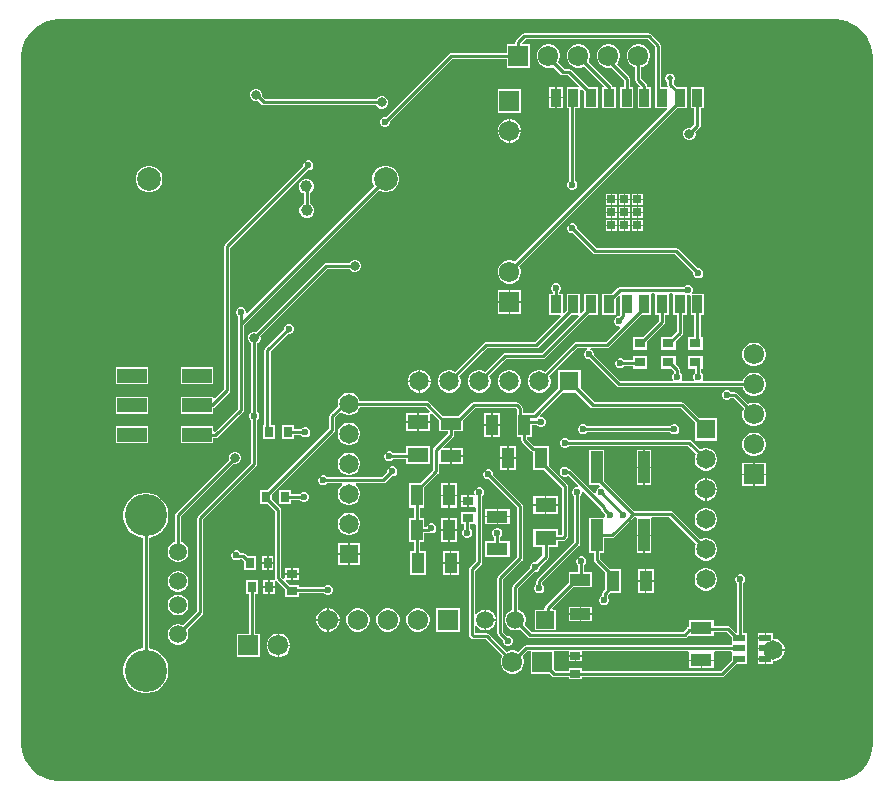
<source format=gtl>
G04*
G04 #@! TF.GenerationSoftware,Altium Limited,Altium Designer,22.6.1 (34)*
G04*
G04 Layer_Physical_Order=1*
G04 Layer_Color=255*
%FSLAX25Y25*%
%MOIN*%
G70*
G04*
G04 #@! TF.SameCoordinates,DDC90878-0471-41C9-9F99-EECD3968BD0F*
G04*
G04*
G04 #@! TF.FilePolarity,Positive*
G04*
G01*
G75*
%ADD13C,0.01000*%
%ADD14R,0.03543X0.05906*%
%ADD15R,0.02756X0.02756*%
%ADD16R,0.09843X0.04724*%
%ADD17R,0.02874X0.03701*%
%ADD18R,0.07165X0.04213*%
%ADD19R,0.04063X0.02449*%
%ADD20R,0.04063X0.01968*%
%ADD21R,0.03543X0.02756*%
%ADD22R,0.03740X0.03150*%
%ADD23R,0.03150X0.03740*%
%ADD24R,0.04213X0.07165*%
%ADD25R,0.03937X0.10827*%
%ADD26R,0.07111X0.05136*%
%ADD27R,0.03701X0.02874*%
%ADD28R,0.06890X0.03937*%
%ADD29R,0.02756X0.03543*%
%ADD60C,0.14055*%
%ADD61C,0.05906*%
%ADD62R,0.06791X0.06791*%
%ADD63C,0.06791*%
%ADD64R,0.06791X0.06791*%
%ADD65C,0.07874*%
%ADD66R,0.06496X0.06496*%
%ADD67C,0.06496*%
%ADD68R,0.05906X0.05906*%
%ADD69R,0.06496X0.06496*%
%ADD70C,0.03150*%
%ADD71C,0.01968*%
%ADD72C,0.02362*%
%ADD73C,0.03937*%
%ADD74C,0.23622*%
G36*
X371992Y487697D02*
X372834Y487682D01*
X374513Y487430D01*
X376144Y486961D01*
X377700Y486283D01*
X379155Y485407D01*
X380483Y484350D01*
X381661Y483128D01*
X382669Y481762D01*
X383491Y480277D01*
X384112Y478697D01*
X384522Y477050D01*
X384713Y475363D01*
X384697Y474515D01*
X384699Y474507D01*
X384697Y474500D01*
Y246500D01*
Y245668D01*
X384480Y244018D01*
X384049Y242410D01*
X383412Y240872D01*
X382580Y239431D01*
X381567Y238110D01*
X380390Y236933D01*
X379069Y235920D01*
X377628Y235088D01*
X376090Y234451D01*
X374482Y234020D01*
X372832Y233803D01*
X112668D01*
X111018Y234020D01*
X109410Y234451D01*
X107872Y235088D01*
X106431Y235920D01*
X105110Y236933D01*
X103933Y238110D01*
X102920Y239431D01*
X102088Y240872D01*
X101451Y242410D01*
X101020Y244018D01*
X100803Y245668D01*
Y246500D01*
Y475000D01*
Y475832D01*
X101020Y477482D01*
X101451Y479090D01*
X102088Y480628D01*
X102920Y482069D01*
X103933Y483390D01*
X105110Y484567D01*
X106431Y485580D01*
X107872Y486412D01*
X109410Y487049D01*
X111018Y487480D01*
X112668Y487697D01*
X113500D01*
X371992Y487697D01*
D02*
G37*
%LPC*%
G36*
X281229Y465012D02*
X279208D01*
Y461809D01*
X281229D01*
Y465012D01*
D02*
G37*
G36*
X278708D02*
X276686D01*
Y461809D01*
X278708D01*
Y465012D01*
D02*
G37*
G36*
X307013Y479396D02*
X305987D01*
X304996Y479130D01*
X304108Y478617D01*
X303383Y477892D01*
X302870Y477004D01*
X302604Y476013D01*
Y474987D01*
X302870Y473996D01*
X303383Y473108D01*
X304108Y472383D01*
X304996Y471870D01*
X305480Y471740D01*
Y467500D01*
X305558Y467110D01*
X305779Y466779D01*
X307046Y465512D01*
X306839Y465012D01*
X306214D01*
Y458106D01*
X310757D01*
Y465012D01*
X309520D01*
Y465500D01*
X309442Y465890D01*
X309221Y466221D01*
X307520Y467922D01*
Y471740D01*
X308004Y471870D01*
X308892Y472383D01*
X309617Y473108D01*
X310130Y473996D01*
X310396Y474987D01*
Y476013D01*
X310130Y477004D01*
X309617Y477892D01*
X308892Y478617D01*
X308004Y479130D01*
X307013Y479396D01*
D02*
G37*
G36*
X297013D02*
X295987D01*
X294996Y479130D01*
X294108Y478617D01*
X293383Y477892D01*
X292870Y477004D01*
X292604Y476013D01*
Y474987D01*
X292870Y473996D01*
X293383Y473108D01*
X294108Y472383D01*
X294996Y471870D01*
X295987Y471604D01*
X297013D01*
X297361Y471698D01*
X301560Y467498D01*
Y465012D01*
X300308D01*
Y458106D01*
X304851D01*
Y465012D01*
X303599D01*
Y467920D01*
X303522Y468310D01*
X303301Y468641D01*
X299226Y472716D01*
X299617Y473108D01*
X300130Y473996D01*
X300396Y474987D01*
Y476013D01*
X300130Y477004D01*
X299617Y477892D01*
X298892Y478617D01*
X298004Y479130D01*
X297013Y479396D01*
D02*
G37*
G36*
X287013D02*
X285987D01*
X284996Y479130D01*
X284108Y478617D01*
X283383Y477892D01*
X282870Y477004D01*
X282604Y476013D01*
Y474987D01*
X282870Y473996D01*
X283383Y473108D01*
X284108Y472383D01*
X284996Y471870D01*
X285987Y471604D01*
X287013D01*
X288004Y471870D01*
X288438Y472120D01*
X295084Y465474D01*
X294893Y465012D01*
X294403D01*
Y458106D01*
X298946D01*
Y465012D01*
X297694D01*
Y465556D01*
X297616Y465947D01*
X297395Y466277D01*
X297064Y466498D01*
X296914Y466528D01*
X289880Y473562D01*
X290130Y473996D01*
X290396Y474987D01*
Y476013D01*
X290130Y477004D01*
X289617Y477892D01*
X288892Y478617D01*
X288004Y479130D01*
X287013Y479396D01*
D02*
G37*
G36*
X277013D02*
X275987D01*
X274996Y479130D01*
X274108Y478617D01*
X273383Y477892D01*
X272870Y477004D01*
X272604Y476013D01*
Y474987D01*
X272870Y473996D01*
X273383Y473108D01*
X274108Y472383D01*
X274996Y471870D01*
X275987Y471604D01*
X277013D01*
X278004Y471870D01*
X278121Y471937D01*
X280779Y469279D01*
X281110Y469058D01*
X281500Y468980D01*
X283086D01*
X286593Y465474D01*
X286402Y465012D01*
X282592D01*
Y458106D01*
X283480D01*
Y433858D01*
X283075Y433452D01*
X282819Y432834D01*
Y432166D01*
X283075Y431548D01*
X283548Y431075D01*
X284166Y430819D01*
X284834D01*
X285452Y431075D01*
X285925Y431548D01*
X286181Y432166D01*
Y432834D01*
X285925Y433452D01*
X285520Y433858D01*
Y458106D01*
X287135D01*
Y464279D01*
X287597Y464470D01*
X288497Y463570D01*
Y458106D01*
X293040D01*
Y465012D01*
X289939D01*
X284230Y470721D01*
X283899Y470942D01*
X283509Y471020D01*
X281922D01*
X279697Y473245D01*
X280130Y473996D01*
X280396Y474987D01*
Y476013D01*
X280130Y477004D01*
X279617Y477892D01*
X278892Y478617D01*
X278004Y479130D01*
X277013Y479396D01*
D02*
G37*
G36*
X281229Y461309D02*
X279208D01*
Y458106D01*
X281229D01*
Y461309D01*
D02*
G37*
G36*
X278708D02*
X276686D01*
Y458106D01*
X278708D01*
Y461309D01*
D02*
G37*
G36*
X179413Y464575D02*
X178587D01*
X177825Y464259D01*
X177241Y463675D01*
X176925Y462913D01*
Y462087D01*
X177241Y461325D01*
X177825Y460741D01*
X178587Y460425D01*
X179413D01*
X179689Y460540D01*
X180950Y459279D01*
X181281Y459058D01*
X181671Y458980D01*
X219177D01*
X219241Y458825D01*
X219825Y458241D01*
X220587Y457925D01*
X221413D01*
X222175Y458241D01*
X222759Y458825D01*
X223075Y459587D01*
Y460413D01*
X222759Y461175D01*
X222175Y461759D01*
X221413Y462075D01*
X220587D01*
X219825Y461759D01*
X219241Y461175D01*
X219177Y461020D01*
X182093D01*
X181060Y462052D01*
X181075Y462087D01*
Y462913D01*
X180759Y463675D01*
X180175Y464259D01*
X179413Y464575D01*
D02*
G37*
G36*
X267396Y464396D02*
X259604D01*
Y456604D01*
X267396D01*
Y464396D01*
D02*
G37*
G36*
X328473Y465012D02*
X323930D01*
Y458106D01*
X325182D01*
Y452624D01*
X324068Y451510D01*
X323913Y451575D01*
X323087D01*
X322325Y451259D01*
X321741Y450675D01*
X321425Y449913D01*
Y449087D01*
X321741Y448325D01*
X322325Y447741D01*
X323087Y447425D01*
X323913D01*
X324675Y447741D01*
X325259Y448325D01*
X325575Y449087D01*
Y449913D01*
X325510Y450068D01*
X326923Y451481D01*
X327144Y451812D01*
X327221Y452202D01*
Y458106D01*
X328473D01*
Y465012D01*
D02*
G37*
G36*
X264013Y454396D02*
X263750D01*
Y450750D01*
X267396D01*
Y451013D01*
X267130Y452004D01*
X266617Y452892D01*
X265892Y453617D01*
X265004Y454130D01*
X264013Y454396D01*
D02*
G37*
G36*
X263250D02*
X262987D01*
X261996Y454130D01*
X261108Y453617D01*
X260383Y452892D01*
X259870Y452004D01*
X259604Y451013D01*
Y450750D01*
X263250D01*
Y454396D01*
D02*
G37*
G36*
X267396Y450250D02*
X263750D01*
Y446604D01*
X264013D01*
X265004Y446870D01*
X265892Y447383D01*
X266617Y448108D01*
X267130Y448996D01*
X267396Y449987D01*
Y450250D01*
D02*
G37*
G36*
X263250D02*
X259604D01*
Y449987D01*
X259870Y448996D01*
X260383Y448108D01*
X261108Y447383D01*
X261996Y446870D01*
X262987Y446604D01*
X263250D01*
Y450250D01*
D02*
G37*
G36*
X222813Y438879D02*
X221644D01*
X220516Y438577D01*
X219504Y437992D01*
X218678Y437166D01*
X218094Y436155D01*
X217791Y435026D01*
Y433858D01*
X218094Y432729D01*
X218452Y432108D01*
X176181Y389837D01*
X175681Y390044D01*
Y390334D01*
X175425Y390952D01*
X174952Y391425D01*
X174334Y391681D01*
X173666D01*
X173048Y391425D01*
X172575Y390952D01*
X172319Y390334D01*
Y389666D01*
X172575Y389048D01*
X172980Y388642D01*
Y386214D01*
Y357922D01*
X165248Y350190D01*
X164748Y350397D01*
Y352020D01*
X153905D01*
Y346295D01*
X164748D01*
Y347980D01*
X165500D01*
X165890Y348058D01*
X166221Y348279D01*
X174721Y356779D01*
X174942Y357110D01*
X175020Y357500D01*
Y385791D01*
X219894Y430666D01*
X220516Y430307D01*
X221644Y430005D01*
X222813D01*
X223941Y430307D01*
X224953Y430892D01*
X225779Y431718D01*
X226363Y432729D01*
X226665Y433858D01*
Y435026D01*
X226363Y436155D01*
X225779Y437166D01*
X224953Y437992D01*
X223941Y438577D01*
X222813Y438879D01*
D02*
G37*
G36*
X143994D02*
X142825D01*
X141697Y438577D01*
X140685Y437992D01*
X139859Y437166D01*
X139275Y436155D01*
X138972Y435026D01*
Y433858D01*
X139275Y432729D01*
X139859Y431718D01*
X140685Y430892D01*
X141697Y430307D01*
X142825Y430005D01*
X143994D01*
X145122Y430307D01*
X146134Y430892D01*
X146960Y431718D01*
X147544Y432729D01*
X147846Y433858D01*
Y435026D01*
X147544Y436155D01*
X146960Y437166D01*
X146134Y437992D01*
X145122Y438577D01*
X143994Y438879D01*
D02*
G37*
G36*
X299340Y429539D02*
X297712D01*
Y427911D01*
X299340D01*
Y429539D01*
D02*
G37*
G36*
X297212D02*
X295584D01*
Y427911D01*
X297212D01*
Y429539D01*
D02*
G37*
G36*
X303670D02*
X302042D01*
Y427911D01*
X303670D01*
Y429539D01*
D02*
G37*
G36*
X301542D02*
X299914D01*
Y427911D01*
X301542D01*
Y429539D01*
D02*
G37*
G36*
X308001D02*
X306373D01*
Y427911D01*
X308001D01*
Y429539D01*
D02*
G37*
G36*
X305873D02*
X304245D01*
Y427911D01*
X305873D01*
Y429539D01*
D02*
G37*
G36*
X308001Y427411D02*
X306373D01*
Y425783D01*
X308001D01*
Y427411D01*
D02*
G37*
G36*
X305873D02*
X304245D01*
Y425783D01*
X305873D01*
Y427411D01*
D02*
G37*
G36*
X303670Y427411D02*
X302042D01*
Y425783D01*
X303670D01*
Y427411D01*
D02*
G37*
G36*
X301542D02*
X299914D01*
Y425783D01*
X301542D01*
Y427411D01*
D02*
G37*
G36*
X299340Y427411D02*
X297712D01*
Y425783D01*
X299340D01*
Y427411D01*
D02*
G37*
G36*
X297212D02*
X295584D01*
Y425783D01*
X297212D01*
Y427411D01*
D02*
G37*
G36*
X299340Y425209D02*
X297712D01*
Y423581D01*
X299340D01*
Y425209D01*
D02*
G37*
G36*
X297212D02*
X295584D01*
Y423581D01*
X297212D01*
Y425209D01*
D02*
G37*
G36*
X303670D02*
X302042D01*
Y423581D01*
X303670D01*
Y425209D01*
D02*
G37*
G36*
X301542D02*
X299914D01*
Y423581D01*
X301542D01*
Y425209D01*
D02*
G37*
G36*
X308001D02*
X306373D01*
Y423581D01*
X308001D01*
Y425209D01*
D02*
G37*
G36*
X305873D02*
X304245D01*
Y423581D01*
X305873D01*
Y425209D01*
D02*
G37*
G36*
X196291Y434469D02*
X195309D01*
X194402Y434093D01*
X193707Y433398D01*
X193332Y432491D01*
Y431509D01*
X193707Y430602D01*
X194402Y429907D01*
X194880Y429709D01*
Y426208D01*
X194602Y426093D01*
X193907Y425398D01*
X193532Y424491D01*
Y423509D01*
X193907Y422602D01*
X194602Y421907D01*
X195509Y421531D01*
X196491D01*
X197398Y421907D01*
X198093Y422602D01*
X198468Y423509D01*
Y424491D01*
X198093Y425398D01*
X197398Y426093D01*
X196920Y426291D01*
Y429792D01*
X197198Y429907D01*
X197893Y430602D01*
X198268Y431509D01*
Y432491D01*
X197893Y433398D01*
X197198Y434093D01*
X196291Y434469D01*
D02*
G37*
G36*
X308001Y423081D02*
X306373D01*
Y421453D01*
X308001D01*
Y423081D01*
D02*
G37*
G36*
X305873D02*
X304245D01*
Y421453D01*
X305873D01*
Y423081D01*
D02*
G37*
G36*
X303670Y423081D02*
X302042D01*
Y421453D01*
X303670D01*
Y423081D01*
D02*
G37*
G36*
X301542D02*
X299914D01*
Y421453D01*
X301542D01*
Y423081D01*
D02*
G37*
G36*
X299340Y423081D02*
X297712D01*
Y421453D01*
X299340D01*
Y423081D01*
D02*
G37*
G36*
X297212D02*
X295584D01*
Y421453D01*
X297212D01*
Y423081D01*
D02*
G37*
G36*
X299340Y420878D02*
X297712D01*
Y419250D01*
X299340D01*
Y420878D01*
D02*
G37*
G36*
X297212D02*
X295584D01*
Y419250D01*
X297212D01*
Y420878D01*
D02*
G37*
G36*
X303670D02*
X302042D01*
Y419250D01*
X303670D01*
Y420878D01*
D02*
G37*
G36*
X301542D02*
X299914D01*
Y419250D01*
X301542D01*
Y420878D01*
D02*
G37*
G36*
X308001D02*
X306373D01*
Y419250D01*
X308001D01*
Y420878D01*
D02*
G37*
G36*
X305873D02*
X304245D01*
Y419250D01*
X305873D01*
Y420878D01*
D02*
G37*
G36*
X308001Y418750D02*
X306373D01*
Y417122D01*
X308001D01*
Y418750D01*
D02*
G37*
G36*
X305873D02*
X304245D01*
Y417122D01*
X305873D01*
Y418750D01*
D02*
G37*
G36*
X303670Y418750D02*
X302042D01*
Y417122D01*
X303670D01*
Y418750D01*
D02*
G37*
G36*
X301542D02*
X299914D01*
Y417122D01*
X301542D01*
Y418750D01*
D02*
G37*
G36*
X299340Y418750D02*
X297712D01*
Y417122D01*
X299340D01*
Y418750D01*
D02*
G37*
G36*
X297212D02*
X295584D01*
Y417122D01*
X297212D01*
Y418750D01*
D02*
G37*
G36*
X310000Y483020D02*
X268500D01*
X268110Y482942D01*
X267779Y482721D01*
X265779Y480721D01*
X265558Y480390D01*
X265480Y480000D01*
Y479396D01*
X262604D01*
Y476520D01*
X244000D01*
X243610Y476442D01*
X243279Y476221D01*
X222239Y455181D01*
X221666D01*
X221048Y454925D01*
X220575Y454452D01*
X220319Y453834D01*
Y453166D01*
X220575Y452548D01*
X221048Y452075D01*
X221666Y451819D01*
X222334D01*
X222952Y452075D01*
X223425Y452548D01*
X223681Y453166D01*
Y453739D01*
X244422Y474480D01*
X262604D01*
Y471604D01*
X270396D01*
Y479396D01*
X268045D01*
X267838Y479896D01*
X268922Y480980D01*
X309578D01*
X312100Y478459D01*
Y462831D01*
X312119Y462732D01*
Y458106D01*
X315929D01*
X316121Y457644D01*
X265386Y406910D01*
X265004Y407130D01*
X264013Y407396D01*
X262987D01*
X261996Y407130D01*
X261108Y406617D01*
X260383Y405892D01*
X259870Y405004D01*
X259604Y404013D01*
Y402987D01*
X259870Y401996D01*
X260383Y401108D01*
X261108Y400383D01*
X261996Y399870D01*
X262987Y399604D01*
X264013D01*
X265004Y399870D01*
X265892Y400383D01*
X266617Y401108D01*
X267130Y401996D01*
X267396Y402987D01*
Y404013D01*
X267130Y405004D01*
X266850Y405489D01*
X319467Y458106D01*
X322568D01*
Y465012D01*
X319467D01*
X318205Y466273D01*
Y466978D01*
X318335Y467108D01*
X318575Y467687D01*
Y468313D01*
X318335Y468892D01*
X317892Y469335D01*
X317313Y469575D01*
X316687D01*
X316108Y469335D01*
X315665Y468892D01*
X315425Y468313D01*
Y467687D01*
X315665Y467108D01*
X316108Y466665D01*
X316166Y466641D01*
Y465851D01*
X316233Y465512D01*
X316214Y465418D01*
X315942Y465012D01*
X314139D01*
Y478881D01*
X314061Y479271D01*
X313840Y479602D01*
X310721Y482721D01*
X310390Y482942D01*
X310000Y483020D01*
D02*
G37*
G36*
X212413Y407575D02*
X211587D01*
X210825Y407259D01*
X210241Y406675D01*
X210177Y406520D01*
X202500D01*
X202110Y406442D01*
X201779Y406221D01*
X179068Y383510D01*
X178913Y383575D01*
X178087D01*
X177325Y383259D01*
X176741Y382675D01*
X176425Y381913D01*
Y381087D01*
X176741Y380325D01*
X177325Y379741D01*
X177480Y379677D01*
Y356858D01*
X177075Y356452D01*
X176819Y355834D01*
Y355166D01*
X177075Y354548D01*
X177480Y354142D01*
Y339922D01*
X159779Y322221D01*
X159558Y321890D01*
X159480Y321500D01*
Y290580D01*
X154613Y285713D01*
X154333Y285875D01*
X153455Y286110D01*
X152545D01*
X151667Y285875D01*
X150880Y285420D01*
X150237Y284777D01*
X149783Y283990D01*
X149547Y283112D01*
Y282203D01*
X149783Y281325D01*
X150237Y280537D01*
X150880Y279895D01*
X151667Y279440D01*
X152545Y279205D01*
X153455D01*
X154333Y279440D01*
X155120Y279895D01*
X155763Y280537D01*
X156218Y281325D01*
X156453Y282203D01*
Y283112D01*
X156218Y283990D01*
X156055Y284271D01*
X161221Y289437D01*
X161442Y289767D01*
X161520Y290158D01*
Y321078D01*
X179221Y338779D01*
X179442Y339110D01*
X179520Y339500D01*
Y354142D01*
X179925Y354548D01*
X180181Y355166D01*
Y355834D01*
X179925Y356452D01*
X179520Y356858D01*
Y379677D01*
X179675Y379741D01*
X180259Y380325D01*
X180575Y381087D01*
Y381913D01*
X180510Y382068D01*
X202922Y404480D01*
X210177D01*
X210241Y404325D01*
X210825Y403741D01*
X211587Y403425D01*
X212413D01*
X213175Y403741D01*
X213759Y404325D01*
X214075Y405087D01*
Y405913D01*
X213759Y406675D01*
X213175Y407259D01*
X212413Y407575D01*
D02*
G37*
G36*
X284834Y419681D02*
X284166D01*
X283548Y419425D01*
X283075Y418952D01*
X282819Y418334D01*
Y417666D01*
X283075Y417048D01*
X283548Y416575D01*
X284166Y416319D01*
X284739D01*
X291399Y409659D01*
X291729Y409438D01*
X292120Y409361D01*
X318697D01*
X324819Y403239D01*
Y402666D01*
X325075Y402048D01*
X325548Y401575D01*
X326166Y401319D01*
X326834D01*
X327452Y401575D01*
X327925Y402048D01*
X328181Y402666D01*
Y403334D01*
X327925Y403952D01*
X327452Y404425D01*
X326834Y404681D01*
X326261D01*
X319841Y411101D01*
X319510Y411322D01*
X319120Y411400D01*
X292542D01*
X286181Y417761D01*
Y418334D01*
X285925Y418952D01*
X285452Y419425D01*
X284834Y419681D01*
D02*
G37*
G36*
X267396Y397396D02*
X263750D01*
Y393750D01*
X267396D01*
Y397396D01*
D02*
G37*
G36*
X263250D02*
X259604D01*
Y393750D01*
X263250D01*
Y397396D01*
D02*
G37*
G36*
X267396Y393250D02*
X263750D01*
Y389604D01*
X267396D01*
Y393250D01*
D02*
G37*
G36*
X263250D02*
X259604D01*
Y389604D01*
X263250D01*
Y393250D01*
D02*
G37*
G36*
X323334Y399181D02*
X322666D01*
X322048Y398925D01*
X321642Y398520D01*
X300332D01*
X299941Y398442D01*
X299611Y398221D01*
X297504Y396114D01*
X294403D01*
Y389209D01*
X298946D01*
Y394672D01*
X299846Y395572D01*
X300308Y395381D01*
Y391488D01*
X300289Y391390D01*
Y389099D01*
X299871Y388681D01*
X299666D01*
X299048Y388425D01*
X298575Y387952D01*
X298319Y387334D01*
Y386666D01*
X298575Y386048D01*
X299048Y385575D01*
X299666Y385319D01*
X300175D01*
X300415Y384853D01*
X295713Y380150D01*
X285630D01*
X285240Y380072D01*
X284909Y379851D01*
X275330Y370271D01*
X274947Y370493D01*
X273993Y370748D01*
X273007D01*
X272053Y370493D01*
X271199Y369999D01*
X270501Y369301D01*
X270007Y368447D01*
X269752Y367493D01*
Y366507D01*
X270007Y365553D01*
X270501Y364699D01*
X271199Y364001D01*
X272053Y363507D01*
X273007Y363252D01*
X273993D01*
X274947Y363507D01*
X275801Y364001D01*
X276499Y364699D01*
X276993Y365553D01*
X277248Y366507D01*
Y367493D01*
X276993Y368447D01*
X276771Y368830D01*
X286052Y378111D01*
X289396D01*
X289495Y377611D01*
X289048Y377425D01*
X288575Y376952D01*
X288319Y376334D01*
Y375666D01*
X288575Y375048D01*
X289048Y374575D01*
X289666Y374319D01*
X290239D01*
X299279Y365279D01*
X299610Y365058D01*
X300000Y364980D01*
X341240D01*
X341370Y364496D01*
X341883Y363608D01*
X342608Y362883D01*
X343496Y362370D01*
X344487Y362104D01*
X345513D01*
X346504Y362370D01*
X347392Y362883D01*
X348117Y363608D01*
X348630Y364496D01*
X348896Y365487D01*
Y366513D01*
X348630Y367504D01*
X348117Y368392D01*
X347392Y369117D01*
X346504Y369630D01*
X345513Y369896D01*
X344487D01*
X343496Y369630D01*
X342608Y369117D01*
X341883Y368392D01*
X341370Y367504D01*
X341240Y367020D01*
X328104D01*
X327897Y367520D01*
X327925Y367548D01*
X328181Y368166D01*
Y368834D01*
X327925Y369452D01*
X327520Y369858D01*
Y371276D01*
X327870D01*
Y375425D01*
X323130D01*
Y371276D01*
X325480D01*
Y369858D01*
X325075Y369452D01*
X324819Y368834D01*
Y368166D01*
X325075Y367548D01*
X325103Y367520D01*
X324896Y367020D01*
X321104D01*
X320897Y367520D01*
X320925Y367548D01*
X321181Y368166D01*
Y368834D01*
X320925Y369452D01*
X320452Y369925D01*
X320259Y370005D01*
Y370906D01*
X320181Y371297D01*
X319960Y371627D01*
X318870Y372717D01*
Y375425D01*
X314130D01*
Y371276D01*
X317428D01*
X318220Y370484D01*
Y369597D01*
X318075Y369452D01*
X317819Y368834D01*
Y368166D01*
X318075Y367548D01*
X318103Y367520D01*
X317896Y367020D01*
X300422D01*
X291681Y375761D01*
Y376334D01*
X291425Y376952D01*
X290952Y377425D01*
X290505Y377611D01*
X290604Y378111D01*
X296135D01*
X296525Y378188D01*
X296856Y378409D01*
X307656Y389209D01*
X310757D01*
Y396114D01*
X311080Y396480D01*
X311796D01*
X312119Y396114D01*
X312119Y395980D01*
Y389209D01*
X313371D01*
Y387167D01*
X307928Y381724D01*
X304630D01*
Y377575D01*
X309370D01*
Y380282D01*
X315112Y386024D01*
X315333Y386355D01*
X315410Y386745D01*
Y389209D01*
X316662D01*
Y395980D01*
X316662Y396114D01*
X316985Y396480D01*
X317702D01*
X318025Y396114D01*
Y389209D01*
X319277D01*
Y383573D01*
X317428Y381724D01*
X314130D01*
Y377575D01*
X318870D01*
Y380282D01*
X321017Y382430D01*
X321238Y382760D01*
X321316Y383151D01*
Y389209D01*
X322568D01*
Y395754D01*
X322666Y395819D01*
X323334D01*
X323514Y395894D01*
X323930Y395616D01*
Y389209D01*
X325182D01*
Y381724D01*
X323130D01*
Y377575D01*
X327870D01*
Y381724D01*
X327221D01*
Y389209D01*
X328473D01*
Y396114D01*
X324645D01*
X324453Y396614D01*
X324681Y397166D01*
Y397834D01*
X324425Y398452D01*
X323952Y398925D01*
X323334Y399181D01*
D02*
G37*
G36*
X309370Y375425D02*
X304630D01*
Y374020D01*
X301858D01*
X301452Y374425D01*
X300834Y374681D01*
X300166D01*
X299548Y374425D01*
X299075Y373952D01*
X298819Y373334D01*
Y372666D01*
X299075Y372048D01*
X299548Y371575D01*
X300166Y371319D01*
X300834D01*
X301452Y371575D01*
X301858Y371980D01*
X304630D01*
Y371276D01*
X309370D01*
Y375425D01*
D02*
G37*
G36*
X345513Y379896D02*
X344487D01*
X343496Y379630D01*
X342608Y379117D01*
X341883Y378392D01*
X341370Y377504D01*
X341104Y376513D01*
Y375487D01*
X341370Y374496D01*
X341883Y373608D01*
X342608Y372883D01*
X343496Y372370D01*
X344487Y372104D01*
X345513D01*
X346504Y372370D01*
X347392Y372883D01*
X348117Y373608D01*
X348630Y374496D01*
X348896Y375487D01*
Y376513D01*
X348630Y377504D01*
X348117Y378392D01*
X347392Y379117D01*
X346504Y379630D01*
X345513Y379896D01*
D02*
G37*
G36*
X279334Y399681D02*
X278666D01*
X278048Y399425D01*
X277575Y398952D01*
X277319Y398334D01*
Y397666D01*
X277575Y397048D01*
X277980Y396642D01*
Y396114D01*
X276686D01*
Y389209D01*
X280496D01*
X280688Y388747D01*
X272091Y380150D01*
X255630D01*
X255240Y380072D01*
X254909Y379851D01*
X245330Y370271D01*
X244947Y370493D01*
X243993Y370748D01*
X243007D01*
X242053Y370493D01*
X241199Y369999D01*
X240501Y369301D01*
X240007Y368447D01*
X239752Y367493D01*
Y366507D01*
X240007Y365553D01*
X240501Y364699D01*
X241199Y364001D01*
X242053Y363507D01*
X243007Y363252D01*
X243993D01*
X244947Y363507D01*
X245801Y364001D01*
X246499Y364699D01*
X246993Y365553D01*
X247248Y366507D01*
Y367493D01*
X246993Y368447D01*
X246772Y368830D01*
X256052Y378111D01*
X272513D01*
X272903Y378188D01*
X273234Y378409D01*
X284033Y389209D01*
X286402D01*
X286593Y388747D01*
X274366Y376520D01*
X262000D01*
X261610Y376442D01*
X261279Y376221D01*
X255330Y370271D01*
X254947Y370493D01*
X253993Y370748D01*
X253007D01*
X252053Y370493D01*
X251199Y369999D01*
X250501Y369301D01*
X250007Y368447D01*
X249752Y367493D01*
Y366507D01*
X250007Y365553D01*
X250501Y364699D01*
X251199Y364001D01*
X252053Y363507D01*
X253007Y363252D01*
X253993D01*
X254947Y363507D01*
X255801Y364001D01*
X256499Y364699D01*
X256993Y365553D01*
X257248Y366507D01*
Y367493D01*
X256993Y368447D01*
X256771Y368830D01*
X262422Y374480D01*
X274788D01*
X275179Y374558D01*
X275509Y374779D01*
X289939Y389209D01*
X293040D01*
Y396114D01*
X288497D01*
Y390651D01*
X287597Y389750D01*
X287135Y389942D01*
Y396114D01*
X282592D01*
Y390651D01*
X281691Y389750D01*
X281229Y389942D01*
Y396114D01*
X280020D01*
Y396642D01*
X280425Y397048D01*
X280681Y397666D01*
Y398334D01*
X280425Y398952D01*
X279952Y399425D01*
X279334Y399681D01*
D02*
G37*
G36*
X233993Y370748D02*
X233750D01*
Y367250D01*
X237248D01*
Y367493D01*
X236993Y368447D01*
X236499Y369301D01*
X235801Y369999D01*
X234947Y370493D01*
X233993Y370748D01*
D02*
G37*
G36*
X233250D02*
X233007D01*
X232053Y370493D01*
X231199Y369999D01*
X230501Y369301D01*
X230007Y368447D01*
X229752Y367493D01*
Y367250D01*
X233250D01*
Y370748D01*
D02*
G37*
G36*
X164748Y371705D02*
X153905D01*
Y365980D01*
X164748D01*
Y371705D01*
D02*
G37*
G36*
X143095D02*
X132252D01*
Y365980D01*
X143095D01*
Y371705D01*
D02*
G37*
G36*
X263993Y370748D02*
X263007D01*
X262053Y370493D01*
X261199Y369999D01*
X260501Y369301D01*
X260007Y368447D01*
X259752Y367493D01*
Y366507D01*
X260007Y365553D01*
X260501Y364699D01*
X261199Y364001D01*
X262053Y363507D01*
X263007Y363252D01*
X263993D01*
X264947Y363507D01*
X265801Y364001D01*
X266499Y364699D01*
X266993Y365553D01*
X267248Y366507D01*
Y367493D01*
X266993Y368447D01*
X266499Y369301D01*
X265801Y369999D01*
X264947Y370493D01*
X263993Y370748D01*
D02*
G37*
G36*
X237248Y366750D02*
X233750D01*
Y363252D01*
X233993D01*
X234947Y363507D01*
X235801Y364001D01*
X236499Y364699D01*
X236993Y365553D01*
X237248Y366507D01*
Y366750D01*
D02*
G37*
G36*
X233250D02*
X229752D01*
Y366507D01*
X230007Y365553D01*
X230501Y364699D01*
X231199Y364001D01*
X232053Y363507D01*
X233007Y363252D01*
X233250D01*
Y366750D01*
D02*
G37*
G36*
X196834Y440681D02*
X196166D01*
X195548Y440425D01*
X195075Y439952D01*
X194819Y439334D01*
Y438761D01*
X168779Y412721D01*
X168558Y412390D01*
X168480Y412000D01*
Y364508D01*
X165210Y361238D01*
X164748Y361429D01*
Y361862D01*
X153905D01*
Y356138D01*
X164748D01*
Y358047D01*
X164804Y358058D01*
X165135Y358279D01*
X170221Y363365D01*
X170442Y363696D01*
X170520Y364086D01*
Y411578D01*
X196261Y437319D01*
X196834D01*
X197452Y437575D01*
X197925Y438048D01*
X198181Y438666D01*
Y439334D01*
X197925Y439952D01*
X197452Y440425D01*
X196834Y440681D01*
D02*
G37*
G36*
X143095Y361862D02*
X132252D01*
Y356138D01*
X143095D01*
Y361862D01*
D02*
G37*
G36*
X232750Y356568D02*
X228944D01*
Y353750D01*
X232750D01*
Y356568D01*
D02*
G37*
G36*
X260240Y356583D02*
X257884D01*
Y352750D01*
X260240D01*
Y356583D01*
D02*
G37*
G36*
X257384D02*
X255028D01*
Y352750D01*
X257384D01*
Y356583D01*
D02*
G37*
G36*
X336334Y364181D02*
X335666D01*
X335048Y363925D01*
X334575Y363452D01*
X334319Y362834D01*
Y362166D01*
X334575Y361548D01*
X335048Y361075D01*
X335666Y360819D01*
X336334D01*
X336952Y361075D01*
X337177Y361299D01*
X338259D01*
X341620Y357938D01*
X341370Y357504D01*
X341104Y356513D01*
Y355487D01*
X341370Y354496D01*
X341883Y353608D01*
X342608Y352883D01*
X343496Y352370D01*
X344487Y352104D01*
X345513D01*
X346504Y352370D01*
X347392Y352883D01*
X348117Y353608D01*
X348630Y354496D01*
X348896Y355487D01*
Y356513D01*
X348630Y357504D01*
X348117Y358392D01*
X347392Y359117D01*
X346504Y359630D01*
X345513Y359896D01*
X344487D01*
X343496Y359630D01*
X343062Y359380D01*
X339402Y363040D01*
X339071Y363261D01*
X338681Y363338D01*
X337472D01*
X337425Y363452D01*
X336952Y363925D01*
X336334Y364181D01*
D02*
G37*
G36*
X318834Y352681D02*
X318166D01*
X317548Y352425D01*
X317142Y352020D01*
X289358D01*
X288952Y352425D01*
X288334Y352681D01*
X287666D01*
X287048Y352425D01*
X286575Y351952D01*
X286319Y351334D01*
Y350666D01*
X286575Y350048D01*
X287048Y349575D01*
X287666Y349319D01*
X288334D01*
X288952Y349575D01*
X289358Y349980D01*
X317142D01*
X317548Y349575D01*
X318166Y349319D01*
X318834D01*
X319452Y349575D01*
X319925Y350048D01*
X320181Y350666D01*
Y351334D01*
X319925Y351952D01*
X319452Y352425D01*
X318834Y352681D01*
D02*
G37*
G36*
X237055Y353250D02*
X233250D01*
Y350432D01*
X237055D01*
Y353250D01*
D02*
G37*
G36*
X232750D02*
X228944D01*
Y350432D01*
X232750D01*
Y353250D01*
D02*
G37*
G36*
X260240Y352250D02*
X257884D01*
Y348417D01*
X260240D01*
Y352250D01*
D02*
G37*
G36*
X257384D02*
X255028D01*
Y348417D01*
X257384D01*
Y352250D01*
D02*
G37*
G36*
X191724Y352370D02*
X187575D01*
Y347630D01*
X191724D01*
Y348980D01*
X194142D01*
X194548Y348575D01*
X195166Y348319D01*
X195834D01*
X196452Y348575D01*
X196925Y349048D01*
X197181Y349666D01*
Y350334D01*
X196925Y350952D01*
X196452Y351425D01*
X195834Y351681D01*
X195166D01*
X194548Y351425D01*
X194142Y351020D01*
X191724D01*
Y352370D01*
D02*
G37*
G36*
X190334Y386181D02*
X189666D01*
X189048Y385925D01*
X188575Y385452D01*
X188319Y384834D01*
Y384261D01*
X182129Y378071D01*
X181908Y377741D01*
X181831Y377350D01*
Y352370D01*
X181276D01*
Y347630D01*
X185425D01*
Y352370D01*
X183870D01*
Y376928D01*
X189761Y382819D01*
X190334D01*
X190952Y383075D01*
X191425Y383548D01*
X191681Y384166D01*
Y384834D01*
X191425Y385452D01*
X190952Y385925D01*
X190334Y386181D01*
D02*
G37*
G36*
X287248Y370748D02*
X279752D01*
Y364694D01*
X271660Y356602D01*
X270106D01*
X270008Y356583D01*
X267913D01*
Y358106D01*
X267836Y358496D01*
X267615Y358827D01*
X266721Y359721D01*
X266390Y359942D01*
X266000Y360020D01*
X251543D01*
X251153Y359942D01*
X250822Y359721D01*
X246641Y355539D01*
X241359D01*
X236678Y360221D01*
X236347Y360442D01*
X235957Y360520D01*
X213607D01*
X213493Y360947D01*
X212999Y361801D01*
X212301Y362499D01*
X211447Y362993D01*
X210493Y363248D01*
X209507D01*
X208553Y362993D01*
X207699Y362499D01*
X207001Y361801D01*
X206507Y360947D01*
X206252Y359993D01*
Y359007D01*
X206336Y358692D01*
X203779Y356135D01*
X203558Y355804D01*
X203480Y355414D01*
Y351367D01*
X182983Y330870D01*
X180276D01*
Y326130D01*
X182983D01*
X185480Y323633D01*
Y301407D01*
X185236Y301012D01*
X185058Y300850D01*
X184898Y300850D01*
X183545D01*
Y298750D01*
X185232D01*
Y300422D01*
X185232Y300489D01*
X185489Y300567D01*
Y300567D01*
X185489Y300567D01*
X185947Y300402D01*
X188650Y297700D01*
Y295268D01*
X193350D01*
Y296333D01*
X201790D01*
X202048Y296075D01*
X202666Y295819D01*
X203334D01*
X203952Y296075D01*
X204425Y296548D01*
X204681Y297166D01*
Y297834D01*
X204425Y298452D01*
X203952Y298925D01*
X203334Y299181D01*
X202666D01*
X202048Y298925D01*
X201575Y298452D01*
X201542Y298372D01*
X193350D01*
Y299142D01*
X190092D01*
X188875Y300358D01*
X189082Y300858D01*
X190750D01*
Y302545D01*
X188650D01*
Y301291D01*
X188150Y301084D01*
X187520Y301714D01*
Y324055D01*
X187442Y324445D01*
X187221Y324776D01*
X184425Y327572D01*
Y329428D01*
X205221Y350224D01*
X205442Y350555D01*
X205520Y350945D01*
Y354992D01*
X207364Y356836D01*
X207699Y356501D01*
X208553Y356007D01*
X209507Y355752D01*
X210493D01*
X211447Y356007D01*
X212301Y356501D01*
X212999Y357199D01*
X213493Y358053D01*
X213607Y358480D01*
X235534D01*
X236947Y357068D01*
X236739Y356568D01*
X236718Y356568D01*
X236718Y356568D01*
X236686Y356568D01*
X233250D01*
Y353750D01*
X237055D01*
X237055Y356199D01*
Y356231D01*
D01*
X237055Y356252D01*
X237120Y356279D01*
X237556Y356459D01*
X239917Y354097D01*
Y350327D01*
X242980D01*
Y349592D01*
X238366Y344978D01*
X238145Y344647D01*
X238067Y344257D01*
Y337418D01*
X233731Y333083D01*
X229961D01*
Y324917D01*
X231547D01*
Y321583D01*
X229961D01*
Y313417D01*
X231547D01*
Y310583D01*
X230461D01*
Y302417D01*
X235673D01*
Y310583D01*
X233587D01*
Y313417D01*
X235173D01*
Y316480D01*
X236631D01*
X236729Y316500D01*
X237166Y316319D01*
X237834D01*
X238452Y316575D01*
X238925Y317048D01*
X239181Y317666D01*
Y318334D01*
X238925Y318952D01*
X238452Y319425D01*
X237834Y319681D01*
X237166D01*
X236548Y319425D01*
X236075Y318952D01*
X235896Y318520D01*
X235173D01*
Y321583D01*
X233587D01*
Y324917D01*
X235173D01*
Y331641D01*
X239808Y336275D01*
X240029Y336606D01*
X240106Y336996D01*
Y339461D01*
X243750D01*
Y342067D01*
Y344673D01*
X241598D01*
X241407Y345135D01*
X244721Y348449D01*
X244942Y348780D01*
X245020Y349170D01*
Y350327D01*
X248083D01*
Y354097D01*
X251966Y357980D01*
X265578D01*
X265874Y357684D01*
Y354106D01*
X265894Y354008D01*
Y348417D01*
X267480D01*
Y347417D01*
X267558Y347027D01*
X267779Y346696D01*
X270614Y343862D01*
X270944Y343641D01*
X271327Y343565D01*
Y337417D01*
X275164D01*
X280980Y331601D01*
Y315922D01*
X280833Y315775D01*
X279603D01*
Y317824D01*
X271492D01*
Y311688D01*
X274528D01*
Y308970D01*
X272239Y306681D01*
X271666D01*
X271048Y306425D01*
X270575Y305952D01*
X270319Y305334D01*
Y304761D01*
X264779Y299221D01*
X264558Y298890D01*
X264480Y298500D01*
Y290801D01*
X264167Y290718D01*
X263380Y290263D01*
X262737Y289620D01*
X262282Y288833D01*
X262047Y287955D01*
Y287045D01*
X262282Y286167D01*
X262737Y285380D01*
X263380Y284737D01*
X264167Y284282D01*
X265045Y284047D01*
X265955D01*
X266833Y284282D01*
X267113Y284445D01*
X269779Y281779D01*
X270110Y281558D01*
X270500Y281480D01*
X322000D01*
X322390Y281558D01*
X322721Y281779D01*
X322997Y282055D01*
X323417Y282260D01*
Y282260D01*
X323417Y282260D01*
X331583D01*
Y283480D01*
X335900D01*
X337618Y281763D01*
X337618Y279520D01*
X337216Y279020D01*
X269000D01*
X268610Y278942D01*
X268279Y278721D01*
X266438Y276880D01*
X266004Y277130D01*
X265013Y277396D01*
X263987D01*
X262996Y277130D01*
X262562Y276880D01*
X256721Y282721D01*
X256390Y282942D01*
X256000Y283020D01*
X252020D01*
Y285623D01*
X252520Y285757D01*
X252737Y285380D01*
X253380Y284737D01*
X254167Y284282D01*
X255045Y284047D01*
X255250D01*
Y287500D01*
Y290953D01*
X255045D01*
X254167Y290718D01*
X253380Y290263D01*
X252737Y289620D01*
X252520Y289243D01*
X252020Y289377D01*
Y303871D01*
X254221Y306072D01*
X254442Y306403D01*
X254520Y306793D01*
Y328642D01*
X254925Y329048D01*
X255181Y329666D01*
Y330334D01*
X254925Y330952D01*
X254452Y331425D01*
X253834Y331681D01*
X253166D01*
X252548Y331425D01*
X252075Y330952D01*
X251819Y330334D01*
Y329666D01*
X251902Y329465D01*
X251568Y328965D01*
X250000D01*
Y327028D01*
Y325091D01*
X251980D01*
X252100Y325091D01*
X252480Y324801D01*
Y323664D01*
X252100Y323374D01*
X251980Y323374D01*
X247400D01*
Y319500D01*
X248480D01*
Y317858D01*
X248075Y317452D01*
X247819Y316834D01*
Y316166D01*
X248075Y315548D01*
X248548Y315075D01*
X249166Y314819D01*
X249834D01*
X250452Y315075D01*
X250925Y315548D01*
X251181Y316166D01*
Y316834D01*
X250925Y317452D01*
X250520Y317858D01*
Y319500D01*
X251980D01*
X252100Y319500D01*
X252480Y319210D01*
Y307215D01*
X250279Y305014D01*
X250058Y304683D01*
X249980Y304293D01*
Y282586D01*
X250058Y282196D01*
X250279Y281865D01*
X250865Y281279D01*
X251196Y281058D01*
X251586Y280980D01*
X255578D01*
X261120Y275438D01*
X260870Y275004D01*
X260604Y274013D01*
Y272987D01*
X260870Y271996D01*
X261383Y271108D01*
X262108Y270383D01*
X262996Y269870D01*
X263987Y269604D01*
X265013D01*
X266004Y269870D01*
X266892Y270383D01*
X267617Y271108D01*
X268130Y271996D01*
X268396Y272987D01*
Y274013D01*
X268130Y275004D01*
X267880Y275438D01*
X269422Y276980D01*
X270604D01*
Y269604D01*
X276954D01*
X277779Y268779D01*
X278110Y268558D01*
X278500Y268480D01*
X283228D01*
Y267717D01*
X287772D01*
Y268480D01*
X334323D01*
X334713Y268558D01*
X335044Y268779D01*
X339060Y272795D01*
X342681D01*
Y276244D01*
X342681D01*
Y276516D01*
X342681D01*
X342681Y279620D01*
X342681Y279984D01*
Y283205D01*
X341520D01*
Y299642D01*
X341925Y300048D01*
X342181Y300666D01*
Y301334D01*
X341925Y301952D01*
X341452Y302425D01*
X340834Y302681D01*
X340166D01*
X339548Y302425D01*
X339075Y301952D01*
X338819Y301334D01*
Y300666D01*
X339075Y300048D01*
X339480Y299642D01*
Y283397D01*
X338980Y283284D01*
X337044Y285221D01*
X336713Y285442D01*
X336323Y285520D01*
X331583D01*
Y287472D01*
X323417D01*
Y285283D01*
X323110Y285222D01*
X322779Y285001D01*
X322558Y284670D01*
X322516Y284458D01*
X321578Y283520D01*
X270922D01*
X268555Y285887D01*
X268718Y286167D01*
X268953Y287045D01*
Y287955D01*
X268718Y288833D01*
X268263Y289620D01*
X267620Y290263D01*
X266833Y290718D01*
X266520Y290801D01*
Y298078D01*
X271761Y303319D01*
X272334D01*
X272952Y303575D01*
X273425Y304048D01*
X273681Y304666D01*
Y305239D01*
X276268Y307826D01*
X276489Y308157D01*
X276567Y308547D01*
Y311688D01*
X279603D01*
Y313736D01*
X281256D01*
X281646Y313814D01*
X281977Y314035D01*
X282721Y314779D01*
X282942Y315110D01*
X283020Y315500D01*
Y332024D01*
X282942Y332414D01*
X282721Y332745D01*
X276539Y338926D01*
Y345583D01*
X272016D01*
X271917Y345602D01*
X271757D01*
X269520Y347840D01*
Y348417D01*
X271106D01*
Y352480D01*
X272642D01*
X273048Y352075D01*
X273666Y351819D01*
X274334D01*
X274952Y352075D01*
X275425Y352548D01*
X275681Y353166D01*
Y353834D01*
X275425Y354452D01*
X274952Y354925D01*
X274334Y355181D01*
X273830D01*
X273593Y355651D01*
X281194Y363252D01*
X285806D01*
X290779Y358279D01*
X291110Y358058D01*
X291500Y357980D01*
X320578D01*
X325252Y353306D01*
Y347252D01*
X332748D01*
Y354748D01*
X326694D01*
X321721Y359721D01*
X321390Y359942D01*
X321000Y360020D01*
X291922D01*
X287248Y364694D01*
Y370748D01*
D02*
G37*
G36*
X143095Y352020D02*
X132252D01*
Y346295D01*
X143095D01*
Y352020D01*
D02*
G37*
G36*
X210493Y353248D02*
X209507D01*
X208553Y352993D01*
X207699Y352499D01*
X207001Y351801D01*
X206507Y350947D01*
X206252Y349993D01*
Y349007D01*
X206507Y348053D01*
X207001Y347199D01*
X207699Y346501D01*
X208553Y346007D01*
X209507Y345752D01*
X210493D01*
X211447Y346007D01*
X212301Y346501D01*
X212999Y347199D01*
X213493Y348053D01*
X213748Y349007D01*
Y349993D01*
X213493Y350947D01*
X212999Y351801D01*
X212301Y352499D01*
X211447Y352993D01*
X210493Y353248D01*
D02*
G37*
G36*
X237055Y345538D02*
X228944D01*
Y343020D01*
X224858D01*
X224452Y343425D01*
X223834Y343681D01*
X223166D01*
X222548Y343425D01*
X222075Y342952D01*
X221819Y342334D01*
Y341666D01*
X222075Y341048D01*
X222548Y340575D01*
X223166Y340319D01*
X223834D01*
X224452Y340575D01*
X224858Y340980D01*
X228944D01*
Y339402D01*
X237055D01*
Y345538D01*
D02*
G37*
G36*
X248083Y344673D02*
X244250D01*
Y342317D01*
X248083D01*
Y344673D01*
D02*
G37*
G36*
X345513Y349896D02*
X344487D01*
X343496Y349630D01*
X342608Y349117D01*
X341883Y348392D01*
X341370Y347504D01*
X341104Y346513D01*
Y345487D01*
X341370Y344496D01*
X341883Y343608D01*
X342608Y342883D01*
X343496Y342370D01*
X344487Y342104D01*
X345513D01*
X346504Y342370D01*
X347392Y342883D01*
X348117Y343608D01*
X348630Y344496D01*
X348896Y345487D01*
Y346513D01*
X348630Y347504D01*
X348117Y348392D01*
X347392Y349117D01*
X346504Y349630D01*
X345513Y349896D01*
D02*
G37*
G36*
X265673Y345583D02*
X263317D01*
Y341750D01*
X265673D01*
Y345583D01*
D02*
G37*
G36*
X262817D02*
X260461D01*
Y341750D01*
X262817D01*
Y345583D01*
D02*
G37*
G36*
X248083Y341817D02*
X244250D01*
Y339461D01*
X248083D01*
Y341817D01*
D02*
G37*
G36*
X172413Y343575D02*
X171587D01*
X170825Y343259D01*
X170241Y342675D01*
X169925Y341913D01*
Y341087D01*
X169990Y340932D01*
X152279Y323221D01*
X152058Y322890D01*
X151980Y322500D01*
Y313518D01*
X151667Y313434D01*
X150880Y312979D01*
X150237Y312337D01*
X149783Y311549D01*
X149547Y310671D01*
Y309762D01*
X149783Y308884D01*
X150237Y308097D01*
X150880Y307454D01*
X151667Y306999D01*
X152545Y306764D01*
X153455D01*
X154333Y306999D01*
X155120Y307454D01*
X155763Y308097D01*
X156218Y308884D01*
X156453Y309762D01*
Y310671D01*
X156218Y311549D01*
X155763Y312337D01*
X155120Y312979D01*
X154333Y313434D01*
X154020Y313518D01*
Y322078D01*
X171432Y339490D01*
X171587Y339425D01*
X172413D01*
X173175Y339741D01*
X173759Y340325D01*
X174075Y341087D01*
Y341913D01*
X173759Y342675D01*
X173175Y343259D01*
X172413Y343575D01*
D02*
G37*
G36*
X310842Y344232D02*
X308624D01*
Y338569D01*
X310842D01*
Y344232D01*
D02*
G37*
G36*
X308124D02*
X305906D01*
Y338569D01*
X308124D01*
Y344232D01*
D02*
G37*
G36*
X265673Y341250D02*
X263317D01*
Y337417D01*
X265673D01*
Y341250D01*
D02*
G37*
G36*
X262817D02*
X260461D01*
Y337417D01*
X262817D01*
Y341250D01*
D02*
G37*
G36*
X282334Y348181D02*
X281666D01*
X281048Y347925D01*
X280575Y347452D01*
X280319Y346834D01*
Y346166D01*
X280575Y345548D01*
X281048Y345075D01*
X281666Y344819D01*
X282334D01*
X282952Y345075D01*
X283358Y345480D01*
X323078D01*
X325729Y342830D01*
X325507Y342447D01*
X325252Y341493D01*
Y340507D01*
X325507Y339553D01*
X326001Y338699D01*
X326699Y338001D01*
X327553Y337507D01*
X328507Y337252D01*
X329493D01*
X330447Y337507D01*
X331301Y338001D01*
X331999Y338699D01*
X332493Y339553D01*
X332748Y340507D01*
Y341493D01*
X332493Y342447D01*
X331999Y343301D01*
X331301Y343999D01*
X330447Y344493D01*
X329493Y344748D01*
X328507D01*
X327553Y344493D01*
X327170Y344271D01*
X324221Y347221D01*
X323890Y347442D01*
X323500Y347520D01*
X283358D01*
X282952Y347925D01*
X282334Y348181D01*
D02*
G37*
G36*
X348896Y339896D02*
X345250D01*
Y336250D01*
X348896D01*
Y339896D01*
D02*
G37*
G36*
X344750D02*
X341104D01*
Y336250D01*
X344750D01*
Y339896D01*
D02*
G37*
G36*
X210493Y343248D02*
X209507D01*
X208553Y342993D01*
X207699Y342499D01*
X207001Y341801D01*
X206507Y340947D01*
X206252Y339993D01*
Y339007D01*
X206507Y338053D01*
X207001Y337199D01*
X207699Y336501D01*
X208553Y336007D01*
X209507Y335752D01*
X210493D01*
X211447Y336007D01*
X212301Y336501D01*
X212999Y337199D01*
X213493Y338053D01*
X213748Y339007D01*
Y339993D01*
X213493Y340947D01*
X212999Y341801D01*
X212301Y342499D01*
X211447Y342993D01*
X210493Y343248D01*
D02*
G37*
G36*
X224834Y338681D02*
X224166D01*
X223548Y338425D01*
X223075Y337952D01*
X222819Y337334D01*
Y336761D01*
X221078Y335020D01*
X202858D01*
X202452Y335425D01*
X201834Y335681D01*
X201166D01*
X200548Y335425D01*
X200075Y334952D01*
X199819Y334334D01*
Y333666D01*
X200075Y333048D01*
X200548Y332575D01*
X201166Y332319D01*
X201834D01*
X202452Y332575D01*
X202858Y332980D01*
X207570D01*
X207674Y332591D01*
X207680Y332480D01*
X207001Y331801D01*
X206507Y330947D01*
X206252Y329993D01*
Y329007D01*
X206507Y328053D01*
X207001Y327199D01*
X207699Y326501D01*
X208553Y326007D01*
X209507Y325752D01*
X210493D01*
X211447Y326007D01*
X212301Y326501D01*
X212999Y327199D01*
X213493Y328053D01*
X213748Y329007D01*
Y329993D01*
X213493Y330947D01*
X212999Y331801D01*
X212320Y332480D01*
X212326Y332591D01*
X212430Y332980D01*
X221500D01*
X221890Y333058D01*
X222221Y333279D01*
X224261Y335319D01*
X224834D01*
X225452Y335575D01*
X225925Y336048D01*
X226181Y336666D01*
Y337334D01*
X225925Y337952D01*
X225452Y338425D01*
X224834Y338681D01*
D02*
G37*
G36*
X310842Y338069D02*
X308624D01*
Y332405D01*
X310842D01*
Y338069D01*
D02*
G37*
G36*
X308124D02*
X305906D01*
Y332405D01*
X308124D01*
Y338069D01*
D02*
G37*
G36*
X348896Y335750D02*
X345250D01*
Y332104D01*
X348896D01*
Y335750D01*
D02*
G37*
G36*
X344750D02*
X341104D01*
Y332104D01*
X344750D01*
Y335750D01*
D02*
G37*
G36*
X329493Y334748D02*
X329250D01*
Y331250D01*
X332748D01*
Y331493D01*
X332493Y332447D01*
X331999Y333301D01*
X331301Y333999D01*
X330447Y334493D01*
X329493Y334748D01*
D02*
G37*
G36*
X328750D02*
X328507D01*
X327553Y334493D01*
X326699Y333999D01*
X326001Y333301D01*
X325507Y332447D01*
X325252Y331493D01*
Y331250D01*
X328750D01*
Y334748D01*
D02*
G37*
G36*
X295094Y344232D02*
X290158D01*
Y332405D01*
X293448D01*
X293630Y332166D01*
X293635Y332102D01*
X293480Y331604D01*
X293048Y331425D01*
X292575Y330952D01*
X292319Y330334D01*
Y329915D01*
X291819Y329708D01*
X284066Y337460D01*
X283735Y337681D01*
X283369Y337754D01*
X283327Y337854D01*
X282854Y338327D01*
X282237Y338583D01*
X281568D01*
X280950Y338327D01*
X280477Y337854D01*
X280221Y337237D01*
Y336568D01*
X280477Y335950D01*
X280950Y335477D01*
X281568Y335221D01*
X282237D01*
X282854Y335477D01*
X283010Y335633D01*
X286500Y332143D01*
X286412Y331899D01*
X286254Y331681D01*
X285666D01*
X285048Y331425D01*
X284575Y330952D01*
X284319Y330334D01*
Y329666D01*
X284575Y329048D01*
X284980Y328642D01*
Y313422D01*
X272779Y301221D01*
X272558Y300890D01*
X272480Y300500D01*
Y299358D01*
X272075Y298952D01*
X271819Y298334D01*
Y297666D01*
X272075Y297048D01*
X272548Y296575D01*
X273166Y296319D01*
X273834D01*
X274452Y296575D01*
X274925Y297048D01*
X275181Y297666D01*
Y298334D01*
X274925Y298952D01*
X274520Y299358D01*
Y300078D01*
X286721Y312279D01*
X286942Y312610D01*
X287020Y313000D01*
Y328642D01*
X287425Y329048D01*
X287681Y329666D01*
Y330254D01*
X287899Y330412D01*
X288143Y330500D01*
X294023Y324619D01*
Y324457D01*
X294101Y324067D01*
X294322Y323736D01*
X295319Y322739D01*
Y322166D01*
X295389Y321996D01*
X295393Y321959D01*
X295014Y321595D01*
X294675Y321595D01*
X290158D01*
Y309768D01*
X291606D01*
Y307417D01*
X291684Y307027D01*
X291905Y306696D01*
X295461Y303141D01*
Y297859D01*
X294540Y296938D01*
X294319Y296607D01*
X294241Y296217D01*
Y295505D01*
X294048Y295425D01*
X293575Y294952D01*
X293319Y294334D01*
Y293666D01*
X293575Y293048D01*
X294048Y292575D01*
X294666Y292319D01*
X295334D01*
X295952Y292575D01*
X296425Y293048D01*
X296681Y293666D01*
Y294334D01*
X296425Y294952D01*
X296280Y295097D01*
Y295795D01*
X296903Y296417D01*
X300673D01*
Y304583D01*
X296903D01*
X293646Y307840D01*
Y309768D01*
X295094D01*
Y314662D01*
X297766D01*
X298156Y314739D01*
X298487Y314960D01*
X304402Y320876D01*
X304486Y321001D01*
X305194Y321709D01*
X305453D01*
X305906Y321595D01*
X305906Y321209D01*
Y315931D01*
X308374D01*
X310842D01*
Y321209D01*
X310842Y321595D01*
X311295Y321709D01*
X316849D01*
X325729Y312830D01*
X325507Y312447D01*
X325252Y311493D01*
Y310507D01*
X325507Y309553D01*
X326001Y308699D01*
X326699Y308001D01*
X327553Y307507D01*
X328507Y307252D01*
X329493D01*
X330447Y307507D01*
X331301Y308001D01*
X331999Y308699D01*
X332493Y309553D01*
X332748Y310507D01*
Y311493D01*
X332493Y312447D01*
X331999Y313301D01*
X331301Y313999D01*
X330447Y314493D01*
X329493Y314748D01*
X328507D01*
X327553Y314493D01*
X327170Y314271D01*
X317992Y323449D01*
X317662Y323671D01*
X317271Y323748D01*
X305194D01*
X295094Y333847D01*
Y344232D01*
D02*
G37*
G36*
X246039Y333083D02*
X243683D01*
Y329250D01*
X246039D01*
Y333083D01*
D02*
G37*
G36*
X243183D02*
X240827D01*
Y329250D01*
X243183D01*
Y333083D01*
D02*
G37*
G36*
X249500Y328965D02*
X247400D01*
Y327278D01*
X249500D01*
Y328965D01*
D02*
G37*
G36*
X332748Y330750D02*
X329250D01*
Y327252D01*
X329493D01*
X330447Y327507D01*
X331301Y328001D01*
X331999Y328699D01*
X332493Y329553D01*
X332748Y330507D01*
Y330750D01*
D02*
G37*
G36*
X328750D02*
X325252D01*
Y330507D01*
X325507Y329553D01*
X326001Y328699D01*
X326699Y328001D01*
X327553Y327507D01*
X328507Y327252D01*
X328750D01*
Y330750D01*
D02*
G37*
G36*
X190724Y330870D02*
X186575D01*
Y326130D01*
X190724D01*
Y327480D01*
X193642D01*
X194048Y327075D01*
X194666Y326819D01*
X195334D01*
X195952Y327075D01*
X196425Y327548D01*
X196681Y328166D01*
Y328834D01*
X196425Y329452D01*
X195952Y329925D01*
X195334Y330181D01*
X194666D01*
X194048Y329925D01*
X193642Y329520D01*
X190724D01*
Y330870D01*
D02*
G37*
G36*
X279603Y328854D02*
X275797D01*
Y326035D01*
X279603D01*
Y328854D01*
D02*
G37*
G36*
X275297D02*
X271492D01*
Y326035D01*
X275297D01*
Y328854D01*
D02*
G37*
G36*
X249500Y326778D02*
X247400D01*
Y325091D01*
X249500D01*
Y326778D01*
D02*
G37*
G36*
X246039Y328750D02*
X243683D01*
Y324917D01*
X246039D01*
Y328750D01*
D02*
G37*
G36*
X243183D02*
X240827D01*
Y324917D01*
X243183D01*
Y328750D01*
D02*
G37*
G36*
X279603Y325535D02*
X275797D01*
Y322717D01*
X279603D01*
Y325535D01*
D02*
G37*
G36*
X275297D02*
X271492D01*
Y322717D01*
X275297D01*
Y325535D01*
D02*
G37*
G36*
X263583Y324539D02*
X259750D01*
Y322183D01*
X263583D01*
Y324539D01*
D02*
G37*
G36*
X259250D02*
X255417D01*
Y322183D01*
X259250D01*
Y324539D01*
D02*
G37*
G36*
X263583Y321683D02*
X259750D01*
Y319327D01*
X263583D01*
Y321683D01*
D02*
G37*
G36*
X259250D02*
X255417D01*
Y319327D01*
X259250D01*
Y321683D01*
D02*
G37*
G36*
X246039Y321583D02*
X243683D01*
Y317750D01*
X246039D01*
Y321583D01*
D02*
G37*
G36*
X243183D02*
X240827D01*
Y317750D01*
X243183D01*
Y321583D01*
D02*
G37*
G36*
X329493Y324748D02*
X328507D01*
X327553Y324493D01*
X326699Y323999D01*
X326001Y323301D01*
X325507Y322447D01*
X325252Y321493D01*
Y320507D01*
X325507Y319553D01*
X326001Y318699D01*
X326699Y318001D01*
X327553Y317507D01*
X328507Y317252D01*
X329493D01*
X330447Y317507D01*
X331301Y318001D01*
X331999Y318699D01*
X332493Y319553D01*
X332748Y320507D01*
Y321493D01*
X332493Y322447D01*
X331999Y323301D01*
X331301Y323999D01*
X330447Y324493D01*
X329493Y324748D01*
D02*
G37*
G36*
X210493Y323248D02*
X209507D01*
X208553Y322993D01*
X207699Y322499D01*
X207001Y321801D01*
X206507Y320947D01*
X206252Y319993D01*
Y319007D01*
X206507Y318053D01*
X207001Y317199D01*
X207699Y316501D01*
X208553Y316007D01*
X209507Y315752D01*
X210493D01*
X211447Y316007D01*
X212301Y316501D01*
X212999Y317199D01*
X213493Y318053D01*
X213748Y319007D01*
Y319993D01*
X213493Y320947D01*
X212999Y321801D01*
X212301Y322499D01*
X211447Y322993D01*
X210493Y323248D01*
D02*
G37*
G36*
X246039Y317250D02*
X243683D01*
Y313417D01*
X246039D01*
Y317250D01*
D02*
G37*
G36*
X243183D02*
X240827D01*
Y313417D01*
X243183D01*
Y317250D01*
D02*
G37*
G36*
X310842Y315431D02*
X308624D01*
Y309768D01*
X310842D01*
Y315431D01*
D02*
G37*
G36*
X308124D02*
X305906D01*
Y309768D01*
X308124D01*
Y315431D01*
D02*
G37*
G36*
X213748Y313248D02*
X210250D01*
Y309750D01*
X213748D01*
Y313248D01*
D02*
G37*
G36*
X209750D02*
X206252D01*
Y309750D01*
X209750D01*
Y313248D01*
D02*
G37*
G36*
X259834Y318181D02*
X259166D01*
X258548Y317925D01*
X258075Y317452D01*
X257819Y316834D01*
Y316166D01*
X258075Y315548D01*
X258480Y315142D01*
Y313673D01*
X255417D01*
Y308461D01*
X263583D01*
Y313673D01*
X260520D01*
Y315142D01*
X260925Y315548D01*
X261181Y316166D01*
Y316834D01*
X260925Y317452D01*
X260452Y317925D01*
X259834Y318181D01*
D02*
G37*
G36*
X246539Y310583D02*
X244183D01*
Y306750D01*
X246539D01*
Y310583D01*
D02*
G37*
G36*
X184831Y308772D02*
X183203D01*
Y306750D01*
X184831D01*
Y308772D01*
D02*
G37*
G36*
X182703D02*
X181075D01*
Y306750D01*
X182703D01*
Y308772D01*
D02*
G37*
G36*
X243683Y310583D02*
X241327D01*
Y306750D01*
X243683D01*
Y310583D01*
D02*
G37*
G36*
X213748Y309250D02*
X210250D01*
Y305752D01*
X213748D01*
Y309250D01*
D02*
G37*
G36*
X209750D02*
X206252D01*
Y305752D01*
X209750D01*
Y309250D01*
D02*
G37*
G36*
X184831Y306250D02*
X183203D01*
Y304228D01*
X184831D01*
Y306250D01*
D02*
G37*
G36*
X182703D02*
X181075D01*
Y304228D01*
X182703D01*
Y306250D01*
D02*
G37*
G36*
X172834Y310681D02*
X172166D01*
X171548Y310425D01*
X171075Y309952D01*
X170819Y309334D01*
Y308666D01*
X171075Y308048D01*
X171548Y307575D01*
X172166Y307319D01*
X172834D01*
X173452Y307575D01*
X173597Y307720D01*
X174385D01*
X175055Y307051D01*
X175169Y306974D01*
Y304228D01*
X178925D01*
Y308772D01*
X176268D01*
X176205Y308784D01*
X175529Y309460D01*
X175198Y309681D01*
X174808Y309759D01*
X174005D01*
X173925Y309952D01*
X173452Y310425D01*
X172834Y310681D01*
D02*
G37*
G36*
X193350Y304732D02*
X191250D01*
Y303045D01*
X193350D01*
Y304732D01*
D02*
G37*
G36*
X190750D02*
X188650D01*
Y303045D01*
X190750D01*
Y304732D01*
D02*
G37*
G36*
X246539Y306250D02*
X244183D01*
Y302417D01*
X246539D01*
Y306250D01*
D02*
G37*
G36*
X243683D02*
X241327D01*
Y302417D01*
X243683D01*
Y306250D01*
D02*
G37*
G36*
X193350Y302545D02*
X191250D01*
Y300858D01*
X193350D01*
Y302545D01*
D02*
G37*
G36*
X311539Y304583D02*
X309183D01*
Y300750D01*
X311539D01*
Y304583D01*
D02*
G37*
G36*
X308683D02*
X306327D01*
Y300750D01*
X308683D01*
Y304583D01*
D02*
G37*
G36*
X183045Y300850D02*
X181358D01*
Y298750D01*
X183045D01*
Y300850D01*
D02*
G37*
G36*
X329493Y304748D02*
X328507D01*
X327553Y304493D01*
X326699Y303999D01*
X326001Y303301D01*
X325507Y302447D01*
X325252Y301493D01*
Y300507D01*
X325507Y299553D01*
X326001Y298699D01*
X326699Y298001D01*
X327553Y297507D01*
X328507Y297252D01*
X329493D01*
X330447Y297507D01*
X331301Y298001D01*
X331999Y298699D01*
X332493Y299553D01*
X332748Y300507D01*
Y301493D01*
X332493Y302447D01*
X331999Y303301D01*
X331301Y303999D01*
X330447Y304493D01*
X329493Y304748D01*
D02*
G37*
G36*
X153455Y303827D02*
X152545D01*
X151667Y303591D01*
X150880Y303137D01*
X150237Y302494D01*
X149783Y301707D01*
X149547Y300829D01*
Y299920D01*
X149783Y299041D01*
X150237Y298254D01*
X150880Y297611D01*
X151667Y297157D01*
X152545Y296921D01*
X153455D01*
X154333Y297157D01*
X155120Y297611D01*
X155763Y298254D01*
X156218Y299041D01*
X156453Y299920D01*
Y300829D01*
X156218Y301707D01*
X155763Y302494D01*
X155120Y303137D01*
X154333Y303591D01*
X153455Y303827D01*
D02*
G37*
G36*
X311539Y300250D02*
X309183D01*
Y296417D01*
X311539D01*
Y300250D01*
D02*
G37*
G36*
X308683D02*
X306327D01*
Y296417D01*
X308683D01*
Y300250D01*
D02*
G37*
G36*
X185232Y298250D02*
X183545D01*
Y296150D01*
X185232D01*
Y298250D01*
D02*
G37*
G36*
X183045D02*
X181358D01*
Y296150D01*
X183045D01*
Y298250D01*
D02*
G37*
G36*
X291139Y291914D02*
X287444D01*
Y289696D01*
X291139D01*
Y291914D01*
D02*
G37*
G36*
X286944D02*
X283249D01*
Y289696D01*
X286944D01*
Y291914D01*
D02*
G37*
G36*
X153455Y295953D02*
X152545D01*
X151667Y295718D01*
X150880Y295263D01*
X150237Y294620D01*
X149783Y293833D01*
X149547Y292955D01*
Y292045D01*
X149783Y291167D01*
X150237Y290380D01*
X150880Y289737D01*
X151667Y289282D01*
X152545Y289047D01*
X153455D01*
X154333Y289282D01*
X155120Y289737D01*
X155763Y290380D01*
X156218Y291167D01*
X156453Y292045D01*
Y292955D01*
X156218Y293833D01*
X155763Y294620D01*
X155120Y295263D01*
X154333Y295718D01*
X153455Y295953D01*
D02*
G37*
G36*
X203536Y291396D02*
X203273D01*
Y287750D01*
X206918D01*
Y288013D01*
X206653Y289004D01*
X206140Y289892D01*
X205415Y290617D01*
X204526Y291130D01*
X203536Y291396D01*
D02*
G37*
G36*
X255955Y290953D02*
X255750D01*
Y287750D01*
X258953D01*
Y287955D01*
X258717Y288833D01*
X258263Y289620D01*
X257620Y290263D01*
X256833Y290718D01*
X255955Y290953D01*
D02*
G37*
G36*
X202773Y291396D02*
X202510D01*
X201519Y291130D01*
X200631Y290617D01*
X199905Y289892D01*
X199392Y289004D01*
X199127Y288013D01*
Y287750D01*
X202773D01*
Y291396D01*
D02*
G37*
G36*
X291139Y289196D02*
X287444D01*
Y286977D01*
X291139D01*
Y289196D01*
D02*
G37*
G36*
X286944D02*
X283249D01*
Y286977D01*
X286944D01*
Y289196D01*
D02*
G37*
G36*
X287834Y308681D02*
X287166D01*
X286548Y308425D01*
X286075Y307952D01*
X285819Y307334D01*
Y306666D01*
X286075Y306048D01*
X286480Y305642D01*
Y303332D01*
X283249D01*
Y299837D01*
X275500Y292088D01*
X275279Y291757D01*
X275202Y291367D01*
Y290953D01*
X272047D01*
Y284047D01*
X278953D01*
Y290953D01*
X277902D01*
X277711Y291415D01*
X284691Y298395D01*
X291139D01*
Y303332D01*
X288520D01*
Y305642D01*
X288925Y306048D01*
X289181Y306666D01*
Y307334D01*
X288925Y307952D01*
X288452Y308425D01*
X287834Y308681D01*
D02*
G37*
G36*
X258953Y287250D02*
X255750D01*
Y284047D01*
X255955D01*
X256833Y284282D01*
X257620Y284737D01*
X258263Y285380D01*
X258717Y286167D01*
X258953Y287045D01*
Y287250D01*
D02*
G37*
G36*
X246918Y291396D02*
X239127D01*
Y283604D01*
X246918D01*
Y291396D01*
D02*
G37*
G36*
X233536D02*
X232510D01*
X231519Y291130D01*
X230631Y290617D01*
X229905Y289892D01*
X229392Y289004D01*
X229127Y288013D01*
Y286987D01*
X229392Y285996D01*
X229905Y285108D01*
X230631Y284383D01*
X231519Y283870D01*
X232510Y283604D01*
X233536D01*
X234526Y283870D01*
X235415Y284383D01*
X236140Y285108D01*
X236653Y285996D01*
X236918Y286987D01*
Y288013D01*
X236653Y289004D01*
X236140Y289892D01*
X235415Y290617D01*
X234526Y291130D01*
X233536Y291396D01*
D02*
G37*
G36*
X223535D02*
X222510D01*
X221519Y291130D01*
X220631Y290617D01*
X219905Y289892D01*
X219392Y289004D01*
X219127Y288013D01*
Y286987D01*
X219392Y285996D01*
X219905Y285108D01*
X220631Y284383D01*
X221519Y283870D01*
X222510Y283604D01*
X223535D01*
X224526Y283870D01*
X225415Y284383D01*
X226140Y285108D01*
X226653Y285996D01*
X226918Y286987D01*
Y288013D01*
X226653Y289004D01*
X226140Y289892D01*
X225415Y290617D01*
X224526Y291130D01*
X223535Y291396D01*
D02*
G37*
G36*
X213535D02*
X212510D01*
X211519Y291130D01*
X210631Y290617D01*
X209905Y289892D01*
X209392Y289004D01*
X209127Y288013D01*
Y286987D01*
X209392Y285996D01*
X209905Y285108D01*
X210631Y284383D01*
X211519Y283870D01*
X212510Y283604D01*
X213535D01*
X214526Y283870D01*
X215415Y284383D01*
X216140Y285108D01*
X216653Y285996D01*
X216918Y286987D01*
Y288013D01*
X216653Y289004D01*
X216140Y289892D01*
X215415Y290617D01*
X214526Y291130D01*
X213535Y291396D01*
D02*
G37*
G36*
X206918Y287250D02*
X203273D01*
Y283604D01*
X203536D01*
X204526Y283870D01*
X205415Y284383D01*
X206140Y285108D01*
X206653Y285996D01*
X206918Y286987D01*
Y287250D01*
D02*
G37*
G36*
X202773D02*
X199127D01*
Y286987D01*
X199392Y285996D01*
X199905Y285108D01*
X200631Y284383D01*
X201519Y283870D01*
X202510Y283604D01*
X202773D01*
Y287250D01*
D02*
G37*
G36*
X348600Y283205D02*
X346319D01*
Y281730D01*
X348600D01*
Y283205D01*
D02*
G37*
G36*
X187013Y282896D02*
X186750D01*
Y279250D01*
X190396D01*
Y279513D01*
X190130Y280504D01*
X189617Y281392D01*
X188892Y282117D01*
X188004Y282630D01*
X187013Y282896D01*
D02*
G37*
G36*
X186250D02*
X185987D01*
X184996Y282630D01*
X184108Y282117D01*
X183383Y281392D01*
X182870Y280504D01*
X182604Y279513D01*
Y279250D01*
X186250D01*
Y282896D01*
D02*
G37*
G36*
X256834Y337681D02*
X256166D01*
X255548Y337425D01*
X255075Y336952D01*
X254819Y336334D01*
Y335666D01*
X255075Y335048D01*
X255548Y334575D01*
X256166Y334319D01*
X256739D01*
X265980Y325078D01*
Y308422D01*
X259779Y302221D01*
X259558Y301890D01*
X259480Y301500D01*
Y283000D01*
X259558Y282610D01*
X259779Y282279D01*
X261319Y280739D01*
Y280166D01*
X261575Y279548D01*
X262048Y279075D01*
X262666Y278819D01*
X263334D01*
X263952Y279075D01*
X264425Y279548D01*
X264681Y280166D01*
Y280834D01*
X264425Y281452D01*
X263952Y281925D01*
X263334Y282181D01*
X262761D01*
X261520Y283422D01*
Y301078D01*
X267721Y307279D01*
X267942Y307610D01*
X268020Y308000D01*
Y325500D01*
X267942Y325890D01*
X267721Y326221D01*
X258181Y335761D01*
Y336334D01*
X257925Y336952D01*
X257452Y337425D01*
X256834Y337681D01*
D02*
G37*
G36*
X190396Y278750D02*
X186750D01*
Y275104D01*
X187013D01*
X188004Y275370D01*
X188892Y275883D01*
X189617Y276608D01*
X190130Y277496D01*
X190396Y278487D01*
Y278750D01*
D02*
G37*
G36*
X186250D02*
X182604D01*
Y278487D01*
X182870Y277496D01*
X183383Y276608D01*
X184108Y275883D01*
X184996Y275370D01*
X185987Y275104D01*
X186250D01*
Y278750D01*
D02*
G37*
G36*
X179642Y300850D02*
X175768D01*
Y296150D01*
X176685D01*
Y282896D01*
X172604D01*
Y275104D01*
X180396D01*
Y282896D01*
X178724D01*
Y296150D01*
X179642D01*
Y300850D01*
D02*
G37*
G36*
X351382Y283205D02*
X349100D01*
Y281480D01*
X348850D01*
Y281230D01*
X346319D01*
Y279756D01*
X346319Y279756D01*
Y279484D01*
X346319D01*
X346319Y279256D01*
Y278250D01*
X348850D01*
Y277750D01*
X346319D01*
Y276744D01*
X346319Y276516D01*
X346319D01*
Y276244D01*
X346319D01*
Y274770D01*
X348850D01*
Y274520D01*
X349100D01*
Y272795D01*
X351382D01*
Y273752D01*
X351993D01*
X352947Y274007D01*
X353801Y274501D01*
X354499Y275199D01*
X354993Y276053D01*
X355248Y277007D01*
Y277250D01*
X351500D01*
Y277750D01*
X355248D01*
Y277993D01*
X354993Y278947D01*
X354499Y279801D01*
X353801Y280499D01*
X352947Y280993D01*
X351993Y281248D01*
X351382D01*
Y283205D01*
D02*
G37*
G36*
X348600Y274270D02*
X346319D01*
Y272795D01*
X348600D01*
Y274270D01*
D02*
G37*
G36*
X143072Y329831D02*
X141589D01*
X140135Y329541D01*
X138765Y328974D01*
X137532Y328150D01*
X136484Y327102D01*
X135660Y325869D01*
X135092Y324499D01*
X134803Y323044D01*
Y321562D01*
X135092Y320107D01*
X135660Y318738D01*
X136484Y317505D01*
X137532Y316456D01*
X138765Y315632D01*
X140135Y315065D01*
X141311Y314831D01*
Y278043D01*
X140135Y277809D01*
X138765Y277242D01*
X137532Y276418D01*
X136484Y275369D01*
X135660Y274136D01*
X135092Y272767D01*
X134803Y271312D01*
Y269830D01*
X135092Y268375D01*
X135660Y267005D01*
X136484Y265772D01*
X137532Y264724D01*
X138765Y263900D01*
X140135Y263333D01*
X141589Y263043D01*
X143072D01*
X144526Y263333D01*
X145896Y263900D01*
X147129Y264724D01*
X148178Y265772D01*
X149002Y267005D01*
X149569Y268375D01*
X149858Y269830D01*
Y271312D01*
X149569Y272767D01*
X149002Y274136D01*
X148178Y275369D01*
X147129Y276418D01*
X145896Y277242D01*
X144526Y277809D01*
X143350Y278043D01*
Y314831D01*
X144526Y315065D01*
X145896Y315632D01*
X147129Y316456D01*
X148178Y317505D01*
X149002Y318738D01*
X149569Y320107D01*
X149858Y321562D01*
Y323044D01*
X149569Y324499D01*
X149002Y325869D01*
X148178Y327102D01*
X147129Y328150D01*
X145896Y328974D01*
X144526Y329541D01*
X143072Y329831D01*
D02*
G37*
%LPD*%
G36*
X337618Y276516D02*
Y276244D01*
X337618D01*
Y274237D01*
X333900Y270520D01*
X287772D01*
Y271472D01*
X283228D01*
Y270520D01*
X278922D01*
X278396Y271046D01*
Y276980D01*
X283228D01*
Y275750D01*
X287772D01*
Y276980D01*
X323113D01*
X323417Y276606D01*
X323417Y276480D01*
Y274250D01*
X327500D01*
X331583D01*
Y276480D01*
X331583Y276606D01*
X331887Y276980D01*
X337533D01*
X337618Y276516D01*
D02*
G37*
%LPC*%
G36*
X287772Y275250D02*
X285750D01*
Y273622D01*
X287772D01*
Y275250D01*
D02*
G37*
G36*
X285250D02*
X283228D01*
Y273622D01*
X285250D01*
Y275250D01*
D02*
G37*
G36*
X331583Y273750D02*
X327750D01*
Y271394D01*
X331583D01*
Y273750D01*
D02*
G37*
G36*
X327250D02*
X323417D01*
Y271394D01*
X327250D01*
Y273750D01*
D02*
G37*
%LPD*%
D13*
X290769Y391480D02*
Y392661D01*
X336181Y362319D02*
X338681D01*
X336000Y362500D02*
X336181Y362319D01*
X307295Y379650D02*
X314391Y386745D01*
Y392661D01*
X320296Y383151D02*
Y392661D01*
X326202Y380351D02*
Y392661D01*
X308485Y391480D02*
Y392661D01*
X300332Y397500D02*
X323000D01*
X319120Y410380D02*
X326500Y403000D01*
X292120Y410380D02*
X319120D01*
X291500Y359000D02*
X321000D01*
X329000Y351000D01*
X323500Y346500D02*
X329000Y341000D01*
X272513Y379130D02*
X284863Y391480D01*
Y392661D01*
X274788Y375500D02*
X290769Y391480D01*
X269000Y278000D02*
X340150D01*
X334323Y269500D02*
X339342Y274520D01*
X274500Y273500D02*
X278500Y269500D01*
X327500Y284500D02*
X336323D01*
X270500Y282500D02*
X322000D01*
X278500Y269500D02*
X334323D01*
X307000Y379650D02*
X307295D01*
X316500D02*
X316795D01*
X325500D02*
X326202Y380351D01*
X316795Y379650D02*
X320296Y383151D01*
X316795Y373350D02*
X319239Y370906D01*
X316500Y373350D02*
X316795D01*
X339342Y281480D02*
X340150D01*
X336323Y284500D02*
X339342Y281480D01*
Y274520D02*
X340150D01*
Y281480D02*
X340500Y281831D01*
Y301000D01*
X288000Y351000D02*
X318500D01*
X282000Y346500D02*
X323500D01*
X317271Y322729D02*
X329000Y311000D01*
X304771Y322729D02*
X317271D01*
X319239Y368761D02*
Y370906D01*
Y368761D02*
X319500Y368500D01*
X325500Y373350D02*
X326500Y372350D01*
Y368500D02*
Y372350D01*
X322000Y282500D02*
X323500Y284000D01*
X326914Y284280D02*
X327500Y284866D01*
X323500Y284000D02*
Y284280D01*
X326914D01*
X290769Y461559D02*
Y462740D01*
X306500Y467500D02*
X308500Y465500D01*
X317185Y465851D02*
X320296Y462740D01*
X317000Y468000D02*
X317185Y467815D01*
Y465851D02*
Y467815D01*
X326202Y452202D02*
Y461559D01*
X302580D02*
Y467920D01*
X308500Y461574D02*
Y465500D01*
X306500Y467500D02*
Y475500D01*
X296500Y474000D02*
X302580Y467920D01*
X296674Y461559D02*
Y465556D01*
X313119Y462831D02*
X314391Y461559D01*
X302500Y461639D02*
X302580Y461559D01*
X308485D02*
X308500Y461574D01*
X320296Y461559D02*
Y462740D01*
Y460378D02*
Y461559D01*
X263500Y403582D02*
X320296Y460378D01*
X300000Y366000D02*
X345000D01*
X338681Y362319D02*
X345000Y356000D01*
X195800Y431500D02*
X195900Y431400D01*
X179582Y462089D02*
X181671Y460000D01*
X179000Y462500D02*
X179582D01*
Y462089D02*
Y462500D01*
X296500Y474000D02*
Y475500D01*
X276500Y475000D02*
Y475500D01*
X278067D01*
X296500D02*
X298067D01*
X244000D02*
X266500D01*
Y480000D01*
X268500Y482000D01*
X283509Y470000D02*
X290769Y462740D01*
X286500Y475500D02*
X296444Y465556D01*
X296674D01*
X276500Y475000D02*
X281500Y470000D01*
X323500Y449500D02*
X326202Y452202D01*
X281500Y470000D02*
X283509D01*
X313119Y462831D02*
Y478881D01*
X268500Y482000D02*
X310000D01*
X313119Y478881D01*
X284500Y432500D02*
Y461196D01*
X284863Y461559D01*
X181671Y460000D02*
X221000D01*
X222000Y453500D02*
X244000Y475500D01*
X142331Y270571D02*
Y322303D01*
X159827Y349158D02*
X159984Y349000D01*
X159827Y359000D02*
X164414D01*
X165500Y349000D02*
X174000Y357500D01*
X159984Y349000D02*
X165500D01*
X182350Y328500D02*
Y328795D01*
X153000Y322500D02*
X172000Y341500D01*
X160500Y321500D02*
X178500Y339500D01*
X160500Y290158D02*
Y321500D01*
X174000Y357500D02*
Y386214D01*
X169500Y364086D02*
Y412000D01*
X164414Y359000D02*
X169500Y364086D01*
X174000Y386214D02*
X222228Y434442D01*
X178500Y381500D02*
X202500Y405500D01*
X169500Y412000D02*
X196500Y439000D01*
X174000Y386214D02*
Y390000D01*
X182850Y377350D02*
X190000Y384500D01*
X182850Y350000D02*
Y377350D01*
X178500Y339500D02*
Y381500D01*
X208586Y359500D02*
X210000D01*
X182350Y328205D02*
Y328500D01*
Y328795D02*
X204500Y350945D01*
Y355414D02*
X208586Y359500D01*
X204500Y350945D02*
Y355414D01*
X188650Y328500D02*
X195000D01*
X189650Y350000D02*
X195500D01*
X191148Y297352D02*
X202852D01*
X190587Y297205D02*
X191000D01*
X186500Y301291D02*
X190587Y297205D01*
X191000D02*
X191148Y297352D01*
X176500Y279000D02*
X177705Y280205D01*
Y298500D01*
X182350Y328205D02*
X186500Y324055D01*
Y301291D02*
Y324055D01*
X172761Y308739D02*
X174808D01*
X172500Y309000D02*
X172761Y308739D01*
X174808D02*
X175776Y307772D01*
X176169D01*
X177047Y306894D01*
Y306500D02*
Y306894D01*
X153000Y310216D02*
Y322500D01*
Y282658D02*
X160500Y290158D01*
X195900Y424100D02*
Y431400D01*
Y424100D02*
X196000Y424000D01*
X202500Y405500D02*
X212000D01*
X221500Y334000D02*
X224500Y337000D01*
X232530Y342000D02*
X233000Y342470D01*
X223500Y342000D02*
X232530D01*
X300000Y387000D02*
Y387369D01*
X296674Y392661D02*
Y393843D01*
X300332Y397500D01*
X263500Y403500D02*
Y403582D01*
X295000Y294000D02*
X295261Y294261D01*
X298067Y300500D02*
Y301976D01*
X292626Y307417D02*
X298067Y301976D01*
X295261Y296217D02*
X298067Y299024D01*
Y300500D01*
X295261Y294261D02*
Y296217D01*
X297766Y315681D02*
X303681Y321597D01*
Y321638D02*
X304771Y322729D01*
X303681Y321597D02*
Y321638D01*
X292626Y315681D02*
X297766D01*
X292626Y334874D02*
Y338319D01*
Y334874D02*
X304771Y322729D01*
X294000Y330000D02*
X301500Y322500D01*
X283345Y336739D02*
X295043Y325042D01*
Y324457D02*
X297000Y322500D01*
X295043Y324457D02*
Y325042D01*
X201500Y334000D02*
X221500D01*
X202852Y297352D02*
X203000Y297500D01*
X292626Y307417D02*
Y315681D01*
X287500Y301169D02*
Y307000D01*
X285718Y300863D02*
X287194D01*
X287500Y301169D01*
X273500Y300500D02*
X286000Y313000D01*
X276221Y291367D02*
X285718Y300863D01*
X276221Y288221D02*
Y291367D01*
X275500Y287500D02*
X276221Y288221D01*
X273500Y298000D02*
Y300500D01*
X306650Y373000D02*
X307000Y373350D01*
X283500Y367000D02*
X291500Y359000D01*
X300500Y373000D02*
X306650D01*
X296135Y379130D02*
X308485Y391480D01*
X285630Y379130D02*
X296135D01*
X301308Y391390D02*
X302580Y392661D01*
X300000Y387369D02*
X301308Y388677D01*
Y391390D01*
X290000Y376000D02*
X300000Y366000D01*
X284500Y418000D02*
X292120Y410380D01*
X279000Y392704D02*
Y398000D01*
X278958Y392661D02*
X279000Y392704D01*
X256000Y282000D02*
X264500Y273500D01*
X265500Y287500D02*
X270500Y282500D01*
X260500Y283000D02*
X263000Y280500D01*
X265500Y287500D02*
Y298500D01*
X260500Y283000D02*
Y301500D01*
X265500Y298500D02*
X272000Y305000D01*
X264500Y273500D02*
X269000Y278000D01*
X267000Y308000D02*
Y325500D01*
X259500Y311067D02*
Y316500D01*
X260500Y301500D02*
X267000Y308000D01*
X275547Y308547D02*
Y314756D01*
X272000Y305000D02*
X275547Y308547D01*
X282000Y315500D02*
Y332024D01*
X281256Y314756D02*
X282000Y315500D01*
X275547Y314756D02*
X281256D01*
X286000Y313000D02*
Y330000D01*
X268500Y347417D02*
Y352500D01*
X270106Y355583D02*
X272083D01*
X268500Y353976D02*
X270106Y355583D01*
X268500Y352500D02*
Y353976D01*
X266894Y354106D02*
Y358106D01*
Y354106D02*
X268500Y352500D01*
X269500Y353500D02*
X274000D01*
X268500Y352500D02*
X269500Y353500D01*
X243500Y367000D02*
X255630Y379130D01*
X253500Y367000D02*
X262000Y375500D01*
X273500Y367000D02*
X285630Y379130D01*
X255630Y379130D02*
X272513D01*
X262000Y375500D02*
X274788D01*
X272083Y355583D02*
X283500Y367000D01*
X251543Y359000D02*
X266000D01*
X266894Y358106D01*
X282065Y336739D02*
X283345D01*
X281902Y336902D02*
X282065Y336739D01*
X274000Y340024D02*
X282000Y332024D01*
X232567Y317500D02*
Y329000D01*
Y307000D02*
X233067Y306500D01*
X232567Y307000D02*
Y317500D01*
X236631D01*
X237131Y318000D02*
X237500D01*
X236631Y317500D02*
X237131Y318000D01*
X249500Y316500D02*
Y321187D01*
X251000Y304293D02*
X253500Y306793D01*
Y330000D01*
X249500Y321187D02*
X249750Y321437D01*
X251000Y282586D02*
X251586Y282000D01*
X251000Y282586D02*
Y304293D01*
X251586Y282000D02*
X256000D01*
X232567Y329000D02*
Y330476D01*
X239087Y336996D02*
Y344257D01*
X232567Y330476D02*
X239087Y336996D01*
X256500Y336000D02*
X267000Y325500D01*
X210000Y359500D02*
X235957D01*
X268500Y347417D02*
X271335Y344583D01*
X239087Y344257D02*
X244000Y349170D01*
X271335Y344583D02*
X271917D01*
X273500Y343000D01*
X244000Y352933D02*
X245476D01*
X251543Y359000D01*
X235957Y359500D02*
X242524Y352933D01*
X244000D01*
Y349170D02*
Y352933D01*
D14*
X326202Y461559D02*
D03*
X320296D02*
D03*
X314391D02*
D03*
X308485D02*
D03*
X302580D02*
D03*
X296674D02*
D03*
X290769D02*
D03*
X284863D02*
D03*
X278958D02*
D03*
Y392661D02*
D03*
X284863D02*
D03*
X290769D02*
D03*
X296674D02*
D03*
X302580D02*
D03*
X308485D02*
D03*
X314391D02*
D03*
X320296D02*
D03*
X326202D02*
D03*
D15*
X301792Y423331D02*
D03*
Y419000D02*
D03*
X306123D02*
D03*
Y423331D02*
D03*
Y427661D02*
D03*
X301792D02*
D03*
X297462D02*
D03*
Y423331D02*
D03*
Y419000D02*
D03*
D16*
X159327Y349158D02*
D03*
Y359000D02*
D03*
Y368843D02*
D03*
X137673D02*
D03*
Y359000D02*
D03*
Y349158D02*
D03*
D17*
X177705Y298500D02*
D03*
X183295D02*
D03*
D18*
X327500Y274000D02*
D03*
Y284866D02*
D03*
X244000Y342067D02*
D03*
Y352933D02*
D03*
X259500Y321933D02*
D03*
Y311067D02*
D03*
D19*
X348850Y281480D02*
D03*
Y274520D02*
D03*
X340150D02*
D03*
Y281480D02*
D03*
D20*
X348850Y278000D02*
D03*
X340150D02*
D03*
D21*
X285500Y275500D02*
D03*
Y269595D02*
D03*
D22*
X316500Y379650D02*
D03*
Y373350D02*
D03*
X325500Y379650D02*
D03*
Y373350D02*
D03*
X307000Y379650D02*
D03*
Y373350D02*
D03*
D23*
X183350Y350000D02*
D03*
X189650D02*
D03*
X182350Y328500D02*
D03*
X188650D02*
D03*
D24*
X268500Y352500D02*
D03*
X257634D02*
D03*
X273933Y341500D02*
D03*
X263067D02*
D03*
X243433Y329000D02*
D03*
X232567D02*
D03*
X243933Y306500D02*
D03*
X233067D02*
D03*
X243433Y317500D02*
D03*
X232567D02*
D03*
X308933Y300500D02*
D03*
X298067D02*
D03*
D25*
X308374Y338319D02*
D03*
Y315681D02*
D03*
X292626Y338319D02*
D03*
Y315681D02*
D03*
D26*
X233000Y353500D02*
D03*
Y342470D02*
D03*
X275547Y325785D02*
D03*
Y314756D02*
D03*
D27*
X249750Y327028D02*
D03*
Y321437D02*
D03*
X191000Y297205D02*
D03*
Y302795D02*
D03*
D28*
X287194Y300863D02*
D03*
Y289446D02*
D03*
D29*
X177047Y306500D02*
D03*
X182953D02*
D03*
D60*
X142331Y270571D02*
D03*
Y322303D02*
D03*
D61*
X153000Y282658D02*
D03*
Y292500D02*
D03*
Y300374D02*
D03*
Y310216D02*
D03*
X255500Y287500D02*
D03*
X265500D02*
D03*
D62*
X266500Y475500D02*
D03*
X274500Y273500D02*
D03*
X243023Y287500D02*
D03*
X176500Y279000D02*
D03*
D63*
X276500Y475500D02*
D03*
X286500D02*
D03*
X296500D02*
D03*
X306500D02*
D03*
X263500Y450500D02*
D03*
X345000Y376000D02*
D03*
Y366000D02*
D03*
Y356000D02*
D03*
Y346000D02*
D03*
X264500Y273500D02*
D03*
X233023Y287500D02*
D03*
X223023D02*
D03*
X213023D02*
D03*
X203023D02*
D03*
X263500Y403500D02*
D03*
X186500Y279000D02*
D03*
D64*
X263500Y460500D02*
D03*
X345000Y336000D02*
D03*
X263500Y393500D02*
D03*
D65*
X143409Y434442D02*
D03*
X222228D02*
D03*
D66*
X329000Y351000D02*
D03*
X210000Y309500D02*
D03*
D67*
X329000Y341000D02*
D03*
Y331000D02*
D03*
Y321000D02*
D03*
Y311000D02*
D03*
Y301000D02*
D03*
X351500Y277500D02*
D03*
X210000Y319500D02*
D03*
Y329500D02*
D03*
Y339500D02*
D03*
Y349500D02*
D03*
Y359500D02*
D03*
X273500Y367000D02*
D03*
X263500D02*
D03*
X253500D02*
D03*
X243500D02*
D03*
X233500D02*
D03*
D68*
X275500Y287500D02*
D03*
D69*
X283500Y367000D02*
D03*
D70*
X179000Y462500D02*
D03*
X323500Y449500D02*
D03*
X221000Y460000D02*
D03*
X212000Y405500D02*
D03*
X178500Y381500D02*
D03*
X172000Y341500D02*
D03*
D71*
X221500Y469500D02*
D03*
X206500Y469000D02*
D03*
X269500Y468500D02*
D03*
X317000Y468000D02*
D03*
X321000D02*
D03*
X303000Y455000D02*
D03*
X279500Y454500D02*
D03*
X321000Y455000D02*
D03*
X289000Y423500D02*
D03*
X196500Y278500D02*
D03*
X319000Y297500D02*
D03*
X344500Y287000D02*
D03*
X192000Y290000D02*
D03*
X211500Y297500D02*
D03*
X233000Y457000D02*
D03*
X269500Y442000D02*
D03*
X240500Y359000D02*
D03*
X221500Y364500D02*
D03*
X223500Y379000D02*
D03*
X245500Y390000D02*
D03*
X225500Y397500D02*
D03*
X237000Y436500D02*
D03*
X194000Y367000D02*
D03*
X319500Y274500D02*
D03*
Y355500D02*
D03*
X251000Y278500D02*
D03*
X247000Y298000D02*
D03*
X239500Y296000D02*
D03*
X226000D02*
D03*
X228000Y278000D02*
D03*
X266000Y333500D02*
D03*
X258000Y328500D02*
D03*
X242500Y336500D02*
D03*
X257500Y345500D02*
D03*
X218500Y313000D02*
D03*
X278000Y299000D02*
D03*
X224000Y356000D02*
D03*
X218500Y348500D02*
D03*
X327000Y481000D02*
D03*
X162500Y480000D02*
D03*
X346000Y269000D02*
D03*
X299500Y274000D02*
D03*
X172500Y324500D02*
D03*
X259000Y484000D02*
D03*
X134000Y419000D02*
D03*
X150500Y335500D02*
D03*
X176500Y443000D02*
D03*
X149000Y352000D02*
D03*
X176000Y410500D02*
D03*
X149500Y385500D02*
D03*
X149000Y370000D02*
D03*
X164000Y404500D02*
D03*
X178000Y472000D02*
D03*
X207000Y481500D02*
D03*
X293000Y366000D02*
D03*
X205000Y440500D02*
D03*
X243000Y423500D02*
D03*
Y411000D02*
D03*
X321500Y362500D02*
D03*
X335000Y372000D02*
D03*
X225500Y424000D02*
D03*
X195500Y416500D02*
D03*
X172500Y420000D02*
D03*
X173000Y434500D02*
D03*
X160000Y415000D02*
D03*
X225000Y410500D02*
D03*
X175500Y348000D02*
D03*
X320000Y341000D02*
D03*
Y326500D02*
D03*
X338000Y327500D02*
D03*
X320000Y308000D02*
D03*
X302000Y431000D02*
D03*
X293500Y426000D02*
D03*
Y421000D02*
D03*
X310000Y425500D02*
D03*
Y421000D02*
D03*
X267500Y383500D02*
D03*
X317000Y429500D02*
D03*
X167500Y307000D02*
D03*
X168500Y292500D02*
D03*
X280500Y405000D02*
D03*
X285000Y399500D02*
D03*
X282000Y411000D02*
D03*
X290000Y383000D02*
D03*
X281000Y378000D02*
D03*
X139000Y464500D02*
D03*
X134500Y394500D02*
D03*
Y448000D02*
D03*
D72*
X295000Y294000D02*
D03*
X222000Y453500D02*
D03*
X326500Y368500D02*
D03*
X178500Y355500D02*
D03*
X190000Y384500D02*
D03*
X174000Y390000D02*
D03*
X263000Y280500D02*
D03*
X195000Y328500D02*
D03*
X201500Y334000D02*
D03*
X224500Y337000D02*
D03*
X203000Y297500D02*
D03*
X237500Y318000D02*
D03*
X319500Y368500D02*
D03*
X336000Y362500D02*
D03*
X326500Y403000D02*
D03*
X196500Y439000D02*
D03*
X297000Y322500D02*
D03*
X294000Y330000D02*
D03*
X301500Y322500D02*
D03*
X286000Y330000D02*
D03*
X287500Y307000D02*
D03*
X273500Y298000D02*
D03*
X272000Y305000D02*
D03*
X223500Y342000D02*
D03*
X253500Y330000D02*
D03*
X256500Y336000D02*
D03*
X281902Y336902D02*
D03*
X249500Y316500D02*
D03*
X259500D02*
D03*
X195500Y350000D02*
D03*
X318500Y351000D02*
D03*
X340500Y301000D02*
D03*
X290000Y376000D02*
D03*
X279000Y398000D02*
D03*
X323000Y397500D02*
D03*
X300000Y387000D02*
D03*
X284500Y418000D02*
D03*
X172500Y309000D02*
D03*
X282000Y346500D02*
D03*
X300500Y373000D02*
D03*
X288000Y351000D02*
D03*
X284500Y432500D02*
D03*
X274000Y353500D02*
D03*
D73*
X196000Y424000D02*
D03*
X195800Y432000D02*
D03*
D74*
X372000Y246500D02*
D03*
Y475000D02*
D03*
X113500Y246500D02*
D03*
Y475000D02*
D03*
M02*

</source>
